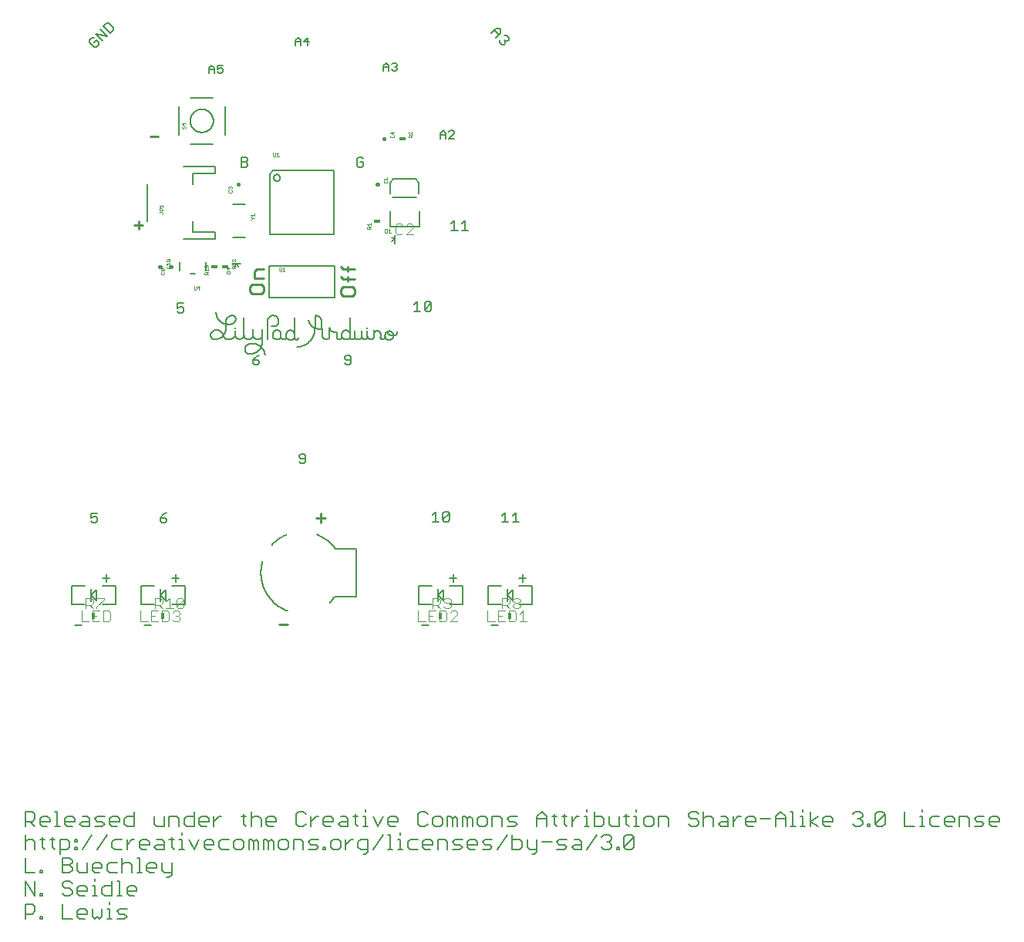
<source format=gbr>
G04 EAGLE Gerber RS-274X export*
G75*
%MOMM*%
%FSLAX34Y34*%
%LPD*%
%INSilkscreen Top*%
%IPPOS*%
%AMOC8*
5,1,8,0,0,1.08239X$1,22.5*%
G01*
%ADD10C,0.152400*%
%ADD11C,0.279400*%
%ADD12C,0.203200*%
%ADD13C,0.228600*%
%ADD14R,0.457200X0.762000*%
%ADD15C,0.101600*%
%ADD16C,0.025400*%
%ADD17R,0.711200X0.406400*%
%ADD18C,0.406400*%


D10*
X762Y-173468D02*
X762Y-189738D01*
X11609Y-189738D01*
X17134Y-189738D02*
X17134Y-187026D01*
X19845Y-187026D01*
X19845Y-189738D01*
X17134Y-189738D01*
X41691Y-189738D02*
X41691Y-173468D01*
X49826Y-173468D01*
X52538Y-176180D01*
X52538Y-178891D01*
X49826Y-181603D01*
X52538Y-184315D01*
X52538Y-187026D01*
X49826Y-189738D01*
X41691Y-189738D01*
X41691Y-181603D02*
X49826Y-181603D01*
X58062Y-178891D02*
X58062Y-187026D01*
X60774Y-189738D01*
X68909Y-189738D01*
X68909Y-178891D01*
X77146Y-189738D02*
X82569Y-189738D01*
X77146Y-189738D02*
X74434Y-187026D01*
X74434Y-181603D01*
X77146Y-178891D01*
X82569Y-178891D01*
X85281Y-181603D01*
X85281Y-184315D01*
X74434Y-184315D01*
X93517Y-178891D02*
X101652Y-178891D01*
X93517Y-178891D02*
X90806Y-181603D01*
X90806Y-187026D01*
X93517Y-189738D01*
X101652Y-189738D01*
X107177Y-189738D02*
X107177Y-173468D01*
X109889Y-178891D02*
X107177Y-181603D01*
X109889Y-178891D02*
X115312Y-178891D01*
X118024Y-181603D01*
X118024Y-189738D01*
X123549Y-173468D02*
X126260Y-173468D01*
X126260Y-189738D01*
X123549Y-189738D02*
X128972Y-189738D01*
X137175Y-189738D02*
X142598Y-189738D01*
X137175Y-189738D02*
X134463Y-187026D01*
X134463Y-181603D01*
X137175Y-178891D01*
X142598Y-178891D01*
X145310Y-181603D01*
X145310Y-184315D01*
X134463Y-184315D01*
X150835Y-187026D02*
X150835Y-178891D01*
X150835Y-187026D02*
X153546Y-189738D01*
X161681Y-189738D01*
X161681Y-192450D02*
X161681Y-178891D01*
X161681Y-192450D02*
X158970Y-195161D01*
X156258Y-195161D01*
X762Y-198868D02*
X762Y-215138D01*
X11609Y-215138D02*
X762Y-198868D01*
X11609Y-198868D02*
X11609Y-215138D01*
X17134Y-215138D02*
X17134Y-212426D01*
X19845Y-212426D01*
X19845Y-215138D01*
X17134Y-215138D01*
X49826Y-198868D02*
X52538Y-201580D01*
X49826Y-198868D02*
X44403Y-198868D01*
X41691Y-201580D01*
X41691Y-204291D01*
X44403Y-207003D01*
X49826Y-207003D01*
X52538Y-209715D01*
X52538Y-212426D01*
X49826Y-215138D01*
X44403Y-215138D01*
X41691Y-212426D01*
X60774Y-215138D02*
X66197Y-215138D01*
X60774Y-215138D02*
X58062Y-212426D01*
X58062Y-207003D01*
X60774Y-204291D01*
X66197Y-204291D01*
X68909Y-207003D01*
X68909Y-209715D01*
X58062Y-209715D01*
X74434Y-204291D02*
X77146Y-204291D01*
X77146Y-215138D01*
X79857Y-215138D02*
X74434Y-215138D01*
X77146Y-198868D02*
X77146Y-196156D01*
X96195Y-198868D02*
X96195Y-215138D01*
X88060Y-215138D01*
X85348Y-212426D01*
X85348Y-207003D01*
X88060Y-204291D01*
X96195Y-204291D01*
X101720Y-198868D02*
X104432Y-198868D01*
X104432Y-215138D01*
X107143Y-215138D02*
X101720Y-215138D01*
X115346Y-215138D02*
X120769Y-215138D01*
X115346Y-215138D02*
X112634Y-212426D01*
X112634Y-207003D01*
X115346Y-204291D01*
X120769Y-204291D01*
X123481Y-207003D01*
X123481Y-209715D01*
X112634Y-209715D01*
X762Y-138938D02*
X762Y-122668D01*
X8897Y-122668D01*
X11609Y-125380D01*
X11609Y-130803D01*
X8897Y-133515D01*
X762Y-133515D01*
X6185Y-133515D02*
X11609Y-138938D01*
X19845Y-138938D02*
X25269Y-138938D01*
X19845Y-138938D02*
X17134Y-136226D01*
X17134Y-130803D01*
X19845Y-128091D01*
X25269Y-128091D01*
X27980Y-130803D01*
X27980Y-133515D01*
X17134Y-133515D01*
X33505Y-122668D02*
X36217Y-122668D01*
X36217Y-138938D01*
X38928Y-138938D02*
X33505Y-138938D01*
X47131Y-138938D02*
X52554Y-138938D01*
X47131Y-138938D02*
X44420Y-136226D01*
X44420Y-130803D01*
X47131Y-128091D01*
X52554Y-128091D01*
X55266Y-130803D01*
X55266Y-133515D01*
X44420Y-133515D01*
X63503Y-128091D02*
X68926Y-128091D01*
X71638Y-130803D01*
X71638Y-138938D01*
X63503Y-138938D01*
X60791Y-136226D01*
X63503Y-133515D01*
X71638Y-133515D01*
X77163Y-138938D02*
X85298Y-138938D01*
X88009Y-136226D01*
X85298Y-133515D01*
X79874Y-133515D01*
X77163Y-130803D01*
X79874Y-128091D01*
X88009Y-128091D01*
X96246Y-138938D02*
X101669Y-138938D01*
X96246Y-138938D02*
X93534Y-136226D01*
X93534Y-130803D01*
X96246Y-128091D01*
X101669Y-128091D01*
X104381Y-130803D01*
X104381Y-133515D01*
X93534Y-133515D01*
X120752Y-138938D02*
X120752Y-122668D01*
X120752Y-138938D02*
X112617Y-138938D01*
X109906Y-136226D01*
X109906Y-130803D01*
X112617Y-128091D01*
X120752Y-128091D01*
X142649Y-128091D02*
X142649Y-136226D01*
X145361Y-138938D01*
X153495Y-138938D01*
X153495Y-128091D01*
X159020Y-128091D02*
X159020Y-138938D01*
X159020Y-128091D02*
X167155Y-128091D01*
X169867Y-130803D01*
X169867Y-138938D01*
X186239Y-138938D02*
X186239Y-122668D01*
X186239Y-138938D02*
X178104Y-138938D01*
X175392Y-136226D01*
X175392Y-130803D01*
X178104Y-128091D01*
X186239Y-128091D01*
X194475Y-138938D02*
X199899Y-138938D01*
X194475Y-138938D02*
X191764Y-136226D01*
X191764Y-130803D01*
X194475Y-128091D01*
X199899Y-128091D01*
X202610Y-130803D01*
X202610Y-133515D01*
X191764Y-133515D01*
X208135Y-138938D02*
X208135Y-128091D01*
X213558Y-128091D02*
X208135Y-133515D01*
X213558Y-128091D02*
X216270Y-128091D01*
X240861Y-125380D02*
X240861Y-136226D01*
X243573Y-138938D01*
X243573Y-128091D02*
X238150Y-128091D01*
X249064Y-122668D02*
X249064Y-138938D01*
X249064Y-130803D02*
X251776Y-128091D01*
X257199Y-128091D01*
X259911Y-130803D01*
X259911Y-138938D01*
X268147Y-138938D02*
X273571Y-138938D01*
X268147Y-138938D02*
X265436Y-136226D01*
X265436Y-130803D01*
X268147Y-128091D01*
X273571Y-128091D01*
X276282Y-130803D01*
X276282Y-133515D01*
X265436Y-133515D01*
X306314Y-122668D02*
X309025Y-125380D01*
X306314Y-122668D02*
X300890Y-122668D01*
X298179Y-125380D01*
X298179Y-136226D01*
X300890Y-138938D01*
X306314Y-138938D01*
X309025Y-136226D01*
X314550Y-138938D02*
X314550Y-128091D01*
X314550Y-133515D02*
X319974Y-128091D01*
X322685Y-128091D01*
X330905Y-138938D02*
X336328Y-138938D01*
X330905Y-138938D02*
X328193Y-136226D01*
X328193Y-130803D01*
X330905Y-128091D01*
X336328Y-128091D01*
X339040Y-130803D01*
X339040Y-133515D01*
X328193Y-133515D01*
X347276Y-128091D02*
X352700Y-128091D01*
X355411Y-130803D01*
X355411Y-138938D01*
X347276Y-138938D01*
X344565Y-136226D01*
X347276Y-133515D01*
X355411Y-133515D01*
X363648Y-136226D02*
X363648Y-125380D01*
X363648Y-136226D02*
X366360Y-138938D01*
X366360Y-128091D02*
X360936Y-128091D01*
X371851Y-128091D02*
X374562Y-128091D01*
X374562Y-138938D01*
X371851Y-138938D02*
X377274Y-138938D01*
X374562Y-122668D02*
X374562Y-119956D01*
X382765Y-128091D02*
X388188Y-138938D01*
X393612Y-128091D01*
X401848Y-138938D02*
X407272Y-138938D01*
X401848Y-138938D02*
X399137Y-136226D01*
X399137Y-130803D01*
X401848Y-128091D01*
X407272Y-128091D01*
X409983Y-130803D01*
X409983Y-133515D01*
X399137Y-133515D01*
X440015Y-122668D02*
X442726Y-125380D01*
X440015Y-122668D02*
X434591Y-122668D01*
X431880Y-125380D01*
X431880Y-136226D01*
X434591Y-138938D01*
X440015Y-138938D01*
X442726Y-136226D01*
X450963Y-138938D02*
X456386Y-138938D01*
X459098Y-136226D01*
X459098Y-130803D01*
X456386Y-128091D01*
X450963Y-128091D01*
X448251Y-130803D01*
X448251Y-136226D01*
X450963Y-138938D01*
X464623Y-138938D02*
X464623Y-128091D01*
X467335Y-128091D01*
X470046Y-130803D01*
X470046Y-138938D01*
X470046Y-130803D02*
X472758Y-128091D01*
X475470Y-130803D01*
X475470Y-138938D01*
X480995Y-138938D02*
X480995Y-128091D01*
X483706Y-128091D01*
X486418Y-130803D01*
X486418Y-138938D01*
X486418Y-130803D02*
X489129Y-128091D01*
X491841Y-130803D01*
X491841Y-138938D01*
X500078Y-138938D02*
X505501Y-138938D01*
X508213Y-136226D01*
X508213Y-130803D01*
X505501Y-128091D01*
X500078Y-128091D01*
X497366Y-130803D01*
X497366Y-136226D01*
X500078Y-138938D01*
X513738Y-138938D02*
X513738Y-128091D01*
X521873Y-128091D01*
X524584Y-130803D01*
X524584Y-138938D01*
X530109Y-138938D02*
X538244Y-138938D01*
X540956Y-136226D01*
X538244Y-133515D01*
X532821Y-133515D01*
X530109Y-130803D01*
X532821Y-128091D01*
X540956Y-128091D01*
X562852Y-128091D02*
X562852Y-138938D01*
X562852Y-128091D02*
X568276Y-122668D01*
X573699Y-128091D01*
X573699Y-138938D01*
X573699Y-130803D02*
X562852Y-130803D01*
X581936Y-125380D02*
X581936Y-136226D01*
X584647Y-138938D01*
X584647Y-128091D02*
X579224Y-128091D01*
X592850Y-125380D02*
X592850Y-136226D01*
X595562Y-138938D01*
X595562Y-128091D02*
X590138Y-128091D01*
X601053Y-128091D02*
X601053Y-138938D01*
X601053Y-133515D02*
X606476Y-128091D01*
X609188Y-128091D01*
X614696Y-128091D02*
X617407Y-128091D01*
X617407Y-138938D01*
X614696Y-138938D02*
X620119Y-138938D01*
X617407Y-122668D02*
X617407Y-119956D01*
X625610Y-122668D02*
X625610Y-138938D01*
X633745Y-138938D01*
X636457Y-136226D01*
X636457Y-130803D01*
X633745Y-128091D01*
X625610Y-128091D01*
X641982Y-128091D02*
X641982Y-136226D01*
X644693Y-138938D01*
X652828Y-138938D01*
X652828Y-128091D01*
X661065Y-125380D02*
X661065Y-136226D01*
X663776Y-138938D01*
X663776Y-128091D02*
X658353Y-128091D01*
X669267Y-128091D02*
X671979Y-128091D01*
X671979Y-138938D01*
X669267Y-138938D02*
X674691Y-138938D01*
X671979Y-122668D02*
X671979Y-119956D01*
X682893Y-138938D02*
X688317Y-138938D01*
X691028Y-136226D01*
X691028Y-130803D01*
X688317Y-128091D01*
X682893Y-128091D01*
X680182Y-130803D01*
X680182Y-136226D01*
X682893Y-138938D01*
X696553Y-138938D02*
X696553Y-128091D01*
X704688Y-128091D01*
X707400Y-130803D01*
X707400Y-138938D01*
X737431Y-122668D02*
X740143Y-125380D01*
X737431Y-122668D02*
X732008Y-122668D01*
X729297Y-125380D01*
X729297Y-128091D01*
X732008Y-130803D01*
X737431Y-130803D01*
X740143Y-133515D01*
X740143Y-136226D01*
X737431Y-138938D01*
X732008Y-138938D01*
X729297Y-136226D01*
X745668Y-138938D02*
X745668Y-122668D01*
X748380Y-128091D02*
X745668Y-130803D01*
X748380Y-128091D02*
X753803Y-128091D01*
X756515Y-130803D01*
X756515Y-138938D01*
X764751Y-128091D02*
X770175Y-128091D01*
X772886Y-130803D01*
X772886Y-138938D01*
X764751Y-138938D01*
X762040Y-136226D01*
X764751Y-133515D01*
X772886Y-133515D01*
X778411Y-138938D02*
X778411Y-128091D01*
X778411Y-133515D02*
X783835Y-128091D01*
X786546Y-128091D01*
X794766Y-138938D02*
X800189Y-138938D01*
X794766Y-138938D02*
X792054Y-136226D01*
X792054Y-130803D01*
X794766Y-128091D01*
X800189Y-128091D01*
X802901Y-130803D01*
X802901Y-133515D01*
X792054Y-133515D01*
X808426Y-130803D02*
X819272Y-130803D01*
X824797Y-128091D02*
X824797Y-138938D01*
X824797Y-128091D02*
X830221Y-122668D01*
X835644Y-128091D01*
X835644Y-138938D01*
X835644Y-130803D02*
X824797Y-130803D01*
X841169Y-122668D02*
X843881Y-122668D01*
X843881Y-138938D01*
X846592Y-138938D02*
X841169Y-138938D01*
X852083Y-128091D02*
X854795Y-128091D01*
X854795Y-138938D01*
X852083Y-138938D02*
X857507Y-138938D01*
X854795Y-122668D02*
X854795Y-119956D01*
X862998Y-122668D02*
X862998Y-138938D01*
X862998Y-133515D02*
X871133Y-138938D01*
X862998Y-133515D02*
X871133Y-128091D01*
X879352Y-138938D02*
X884776Y-138938D01*
X879352Y-138938D02*
X876641Y-136226D01*
X876641Y-130803D01*
X879352Y-128091D01*
X884776Y-128091D01*
X887487Y-130803D01*
X887487Y-133515D01*
X876641Y-133515D01*
X909384Y-125380D02*
X912095Y-122668D01*
X917519Y-122668D01*
X920230Y-125380D01*
X920230Y-128091D01*
X917519Y-130803D01*
X914807Y-130803D01*
X917519Y-130803D02*
X920230Y-133515D01*
X920230Y-136226D01*
X917519Y-138938D01*
X912095Y-138938D01*
X909384Y-136226D01*
X925755Y-136226D02*
X925755Y-138938D01*
X925755Y-136226D02*
X928467Y-136226D01*
X928467Y-138938D01*
X925755Y-138938D01*
X933941Y-136226D02*
X933941Y-125380D01*
X936653Y-122668D01*
X942076Y-122668D01*
X944788Y-125380D01*
X944788Y-136226D01*
X942076Y-138938D01*
X936653Y-138938D01*
X933941Y-136226D01*
X944788Y-125380D01*
X966684Y-122668D02*
X966684Y-138938D01*
X977531Y-138938D01*
X983056Y-128091D02*
X985767Y-128091D01*
X985767Y-138938D01*
X983056Y-138938D02*
X988479Y-138938D01*
X985767Y-122668D02*
X985767Y-119956D01*
X996682Y-128091D02*
X1004817Y-128091D01*
X996682Y-128091D02*
X993970Y-130803D01*
X993970Y-136226D01*
X996682Y-138938D01*
X1004817Y-138938D01*
X1013053Y-138938D02*
X1018477Y-138938D01*
X1013053Y-138938D02*
X1010342Y-136226D01*
X1010342Y-130803D01*
X1013053Y-128091D01*
X1018477Y-128091D01*
X1021188Y-130803D01*
X1021188Y-133515D01*
X1010342Y-133515D01*
X1026713Y-138938D02*
X1026713Y-128091D01*
X1034848Y-128091D01*
X1037560Y-130803D01*
X1037560Y-138938D01*
X1043085Y-138938D02*
X1051220Y-138938D01*
X1053931Y-136226D01*
X1051220Y-133515D01*
X1045796Y-133515D01*
X1043085Y-130803D01*
X1045796Y-128091D01*
X1053931Y-128091D01*
X1062168Y-138938D02*
X1067591Y-138938D01*
X1062168Y-138938D02*
X1059456Y-136226D01*
X1059456Y-130803D01*
X1062168Y-128091D01*
X1067591Y-128091D01*
X1070303Y-130803D01*
X1070303Y-133515D01*
X1059456Y-133515D01*
X762Y-148068D02*
X762Y-164338D01*
X762Y-156203D02*
X3474Y-153491D01*
X8897Y-153491D01*
X11609Y-156203D01*
X11609Y-164338D01*
X19845Y-161626D02*
X19845Y-150780D01*
X19845Y-161626D02*
X22557Y-164338D01*
X22557Y-153491D02*
X17134Y-153491D01*
X30760Y-150780D02*
X30760Y-161626D01*
X33471Y-164338D01*
X33471Y-153491D02*
X28048Y-153491D01*
X38962Y-153491D02*
X38962Y-169761D01*
X38962Y-153491D02*
X47097Y-153491D01*
X49809Y-156203D01*
X49809Y-161626D01*
X47097Y-164338D01*
X38962Y-164338D01*
X55334Y-153491D02*
X58046Y-153491D01*
X58046Y-156203D01*
X55334Y-156203D01*
X55334Y-153491D01*
X55334Y-161626D02*
X58046Y-161626D01*
X58046Y-164338D01*
X55334Y-164338D01*
X55334Y-161626D01*
X63520Y-164338D02*
X74366Y-148068D01*
X90738Y-148068D02*
X79891Y-164338D01*
X98974Y-153491D02*
X107109Y-153491D01*
X98974Y-153491D02*
X96263Y-156203D01*
X96263Y-161626D01*
X98974Y-164338D01*
X107109Y-164338D01*
X112634Y-164338D02*
X112634Y-153491D01*
X112634Y-158915D02*
X118058Y-153491D01*
X120769Y-153491D01*
X128989Y-164338D02*
X134412Y-164338D01*
X128989Y-164338D02*
X126277Y-161626D01*
X126277Y-156203D01*
X128989Y-153491D01*
X134412Y-153491D01*
X137124Y-156203D01*
X137124Y-158915D01*
X126277Y-158915D01*
X145361Y-153491D02*
X150784Y-153491D01*
X153495Y-156203D01*
X153495Y-164338D01*
X145361Y-164338D01*
X142649Y-161626D01*
X145361Y-158915D01*
X153495Y-158915D01*
X161732Y-161626D02*
X161732Y-150780D01*
X161732Y-161626D02*
X164444Y-164338D01*
X164444Y-153491D02*
X159020Y-153491D01*
X169935Y-153491D02*
X172646Y-153491D01*
X172646Y-164338D01*
X169935Y-164338D02*
X175358Y-164338D01*
X172646Y-148068D02*
X172646Y-145356D01*
X180849Y-153491D02*
X186272Y-164338D01*
X191696Y-153491D01*
X199932Y-164338D02*
X205356Y-164338D01*
X199932Y-164338D02*
X197221Y-161626D01*
X197221Y-156203D01*
X199932Y-153491D01*
X205356Y-153491D01*
X208067Y-156203D01*
X208067Y-158915D01*
X197221Y-158915D01*
X216304Y-153491D02*
X224439Y-153491D01*
X216304Y-153491D02*
X213592Y-156203D01*
X213592Y-161626D01*
X216304Y-164338D01*
X224439Y-164338D01*
X232676Y-164338D02*
X238099Y-164338D01*
X240810Y-161626D01*
X240810Y-156203D01*
X238099Y-153491D01*
X232676Y-153491D01*
X229964Y-156203D01*
X229964Y-161626D01*
X232676Y-164338D01*
X246335Y-164338D02*
X246335Y-153491D01*
X249047Y-153491D01*
X251759Y-156203D01*
X251759Y-164338D01*
X251759Y-156203D02*
X254470Y-153491D01*
X257182Y-156203D01*
X257182Y-164338D01*
X262707Y-164338D02*
X262707Y-153491D01*
X265419Y-153491D01*
X268130Y-156203D01*
X268130Y-164338D01*
X268130Y-156203D02*
X270842Y-153491D01*
X273554Y-156203D01*
X273554Y-164338D01*
X281790Y-164338D02*
X287214Y-164338D01*
X289925Y-161626D01*
X289925Y-156203D01*
X287214Y-153491D01*
X281790Y-153491D01*
X279079Y-156203D01*
X279079Y-161626D01*
X281790Y-164338D01*
X295450Y-164338D02*
X295450Y-153491D01*
X303585Y-153491D01*
X306297Y-156203D01*
X306297Y-164338D01*
X311822Y-164338D02*
X319957Y-164338D01*
X322668Y-161626D01*
X319957Y-158915D01*
X314533Y-158915D01*
X311822Y-156203D01*
X314533Y-153491D01*
X322668Y-153491D01*
X328193Y-161626D02*
X328193Y-164338D01*
X328193Y-161626D02*
X330905Y-161626D01*
X330905Y-164338D01*
X328193Y-164338D01*
X339091Y-164338D02*
X344514Y-164338D01*
X347226Y-161626D01*
X347226Y-156203D01*
X344514Y-153491D01*
X339091Y-153491D01*
X336379Y-156203D01*
X336379Y-161626D01*
X339091Y-164338D01*
X352751Y-164338D02*
X352751Y-153491D01*
X358174Y-153491D02*
X352751Y-158915D01*
X358174Y-153491D02*
X360886Y-153491D01*
X371817Y-169761D02*
X374529Y-169761D01*
X377240Y-167050D01*
X377240Y-153491D01*
X369105Y-153491D01*
X366394Y-156203D01*
X366394Y-161626D01*
X369105Y-164338D01*
X377240Y-164338D01*
X382765Y-164338D02*
X393612Y-148068D01*
X399137Y-148068D02*
X401848Y-148068D01*
X401848Y-164338D01*
X399137Y-164338D02*
X404560Y-164338D01*
X410051Y-153491D02*
X412763Y-153491D01*
X412763Y-164338D01*
X415474Y-164338D02*
X410051Y-164338D01*
X412763Y-148068D02*
X412763Y-145356D01*
X423677Y-153491D02*
X431812Y-153491D01*
X423677Y-153491D02*
X420965Y-156203D01*
X420965Y-161626D01*
X423677Y-164338D01*
X431812Y-164338D01*
X440049Y-164338D02*
X445472Y-164338D01*
X440049Y-164338D02*
X437337Y-161626D01*
X437337Y-156203D01*
X440049Y-153491D01*
X445472Y-153491D01*
X448184Y-156203D01*
X448184Y-158915D01*
X437337Y-158915D01*
X453709Y-164338D02*
X453709Y-153491D01*
X461844Y-153491D01*
X464555Y-156203D01*
X464555Y-164338D01*
X470080Y-164338D02*
X478215Y-164338D01*
X480927Y-161626D01*
X478215Y-158915D01*
X472792Y-158915D01*
X470080Y-156203D01*
X472792Y-153491D01*
X480927Y-153491D01*
X489163Y-164338D02*
X494587Y-164338D01*
X489163Y-164338D02*
X486452Y-161626D01*
X486452Y-156203D01*
X489163Y-153491D01*
X494587Y-153491D01*
X497298Y-156203D01*
X497298Y-158915D01*
X486452Y-158915D01*
X502823Y-164338D02*
X510958Y-164338D01*
X513670Y-161626D01*
X510958Y-158915D01*
X505535Y-158915D01*
X502823Y-156203D01*
X505535Y-153491D01*
X513670Y-153491D01*
X519195Y-164338D02*
X530041Y-148068D01*
X535566Y-148068D02*
X535566Y-164338D01*
X543701Y-164338D01*
X546413Y-161626D01*
X546413Y-156203D01*
X543701Y-153491D01*
X535566Y-153491D01*
X551938Y-153491D02*
X551938Y-161626D01*
X554650Y-164338D01*
X562785Y-164338D01*
X562785Y-167050D02*
X562785Y-153491D01*
X562785Y-167050D02*
X560073Y-169761D01*
X557361Y-169761D01*
X568310Y-156203D02*
X579156Y-156203D01*
X584681Y-164338D02*
X592816Y-164338D01*
X595528Y-161626D01*
X592816Y-158915D01*
X587393Y-158915D01*
X584681Y-156203D01*
X587393Y-153491D01*
X595528Y-153491D01*
X603764Y-153491D02*
X609188Y-153491D01*
X611899Y-156203D01*
X611899Y-164338D01*
X603764Y-164338D01*
X601053Y-161626D01*
X603764Y-158915D01*
X611899Y-158915D01*
X617424Y-164338D02*
X628271Y-148068D01*
X633796Y-150780D02*
X636507Y-148068D01*
X641931Y-148068D01*
X644642Y-150780D01*
X644642Y-153491D01*
X641931Y-156203D01*
X639219Y-156203D01*
X641931Y-156203D02*
X644642Y-158915D01*
X644642Y-161626D01*
X641931Y-164338D01*
X636507Y-164338D01*
X633796Y-161626D01*
X650167Y-161626D02*
X650167Y-164338D01*
X650167Y-161626D02*
X652879Y-161626D01*
X652879Y-164338D01*
X650167Y-164338D01*
X658353Y-161626D02*
X658353Y-150780D01*
X661065Y-148068D01*
X666488Y-148068D01*
X669200Y-150780D01*
X669200Y-161626D01*
X666488Y-164338D01*
X661065Y-164338D01*
X658353Y-161626D01*
X669200Y-150780D01*
D11*
X289441Y82536D02*
X279442Y82536D01*
X320143Y199391D02*
X330142Y199391D01*
X325143Y194392D02*
X325143Y204391D01*
D12*
X93844Y133863D02*
X85709Y133863D01*
X89776Y129796D02*
X89776Y137931D01*
X63364Y81793D02*
X55229Y81793D01*
X542909Y133863D02*
X551044Y133863D01*
X546976Y129796D02*
X546976Y137931D01*
X520564Y81793D02*
X512429Y81793D01*
X474844Y133863D02*
X466709Y133863D01*
X470776Y129796D02*
X470776Y137931D01*
X444364Y81793D02*
X436229Y81793D01*
X170044Y133863D02*
X161909Y133863D01*
X165976Y129796D02*
X165976Y137931D01*
X139564Y81793D02*
X131429Y81793D01*
D10*
X456953Y616583D02*
X456953Y622345D01*
X459834Y625226D01*
X462715Y622345D01*
X462715Y616583D01*
X462715Y620905D02*
X456953Y620905D01*
X466308Y616583D02*
X472070Y616583D01*
X466308Y616583D02*
X472070Y622345D01*
X472070Y623786D01*
X470630Y625226D01*
X467749Y625226D01*
X466308Y623786D01*
D12*
X472176Y526594D02*
X468617Y523035D01*
X472176Y526594D02*
X472176Y515917D01*
X468617Y515917D02*
X475735Y515917D01*
X480311Y523035D02*
X483870Y526594D01*
X483870Y515917D01*
X480311Y515917D02*
X487429Y515917D01*
X431175Y437594D02*
X427616Y434035D01*
X431175Y437594D02*
X431175Y426917D01*
X427616Y426917D02*
X434734Y426917D01*
X439310Y428697D02*
X439310Y435815D01*
X441089Y437594D01*
X444649Y437594D01*
X446428Y435815D01*
X446428Y428697D01*
X444649Y426917D01*
X441089Y426917D01*
X439310Y428697D01*
X446428Y435815D01*
X353397Y367918D02*
X351617Y369698D01*
X353397Y367918D02*
X356956Y367918D01*
X358735Y369698D01*
X358735Y376816D01*
X356956Y378595D01*
X353397Y378595D01*
X351617Y376816D01*
X351617Y375036D01*
X353397Y373257D01*
X358735Y373257D01*
X257734Y378595D02*
X254175Y376816D01*
X250616Y373257D01*
X250616Y369698D01*
X252396Y367918D01*
X255955Y367918D01*
X257734Y369698D01*
X257734Y371477D01*
X255955Y373257D01*
X250616Y373257D01*
D13*
X129587Y521727D02*
X120944Y521727D01*
X125266Y526048D02*
X125266Y517405D01*
X138304Y618497D02*
X146947Y618497D01*
D12*
X167617Y435594D02*
X174735Y435594D01*
X167617Y435594D02*
X167617Y430256D01*
X171176Y432035D01*
X172956Y432035D01*
X174735Y430256D01*
X174735Y426697D01*
X172956Y424917D01*
X169397Y424917D01*
X167617Y426697D01*
X237817Y585117D02*
X237817Y595794D01*
X243156Y595794D01*
X244935Y594015D01*
X244935Y592235D01*
X243156Y590456D01*
X244935Y588676D01*
X244935Y586897D01*
X243156Y585117D01*
X237817Y585117D01*
X237817Y590456D02*
X243156Y590456D01*
X370155Y595794D02*
X371934Y594015D01*
X370155Y595794D02*
X366596Y595794D01*
X364816Y594015D01*
X364816Y586897D01*
X366596Y585117D01*
X370155Y585117D01*
X371934Y586897D01*
X371934Y590456D01*
X368375Y590456D01*
D10*
X394283Y691023D02*
X394283Y696785D01*
X397164Y699666D01*
X400045Y696785D01*
X400045Y691023D01*
X400045Y695345D02*
X394283Y695345D01*
X403638Y698226D02*
X405079Y699666D01*
X407960Y699666D01*
X409400Y698226D01*
X409400Y696785D01*
X407960Y695345D01*
X406519Y695345D01*
X407960Y695345D02*
X409400Y693904D01*
X409400Y692464D01*
X407960Y691023D01*
X405079Y691023D01*
X403638Y692464D01*
X297762Y718963D02*
X297762Y724725D01*
X300643Y727606D01*
X303524Y724725D01*
X303524Y718963D01*
X303524Y723285D02*
X297762Y723285D01*
X311439Y718963D02*
X311439Y727606D01*
X307117Y723285D01*
X312879Y723285D01*
D11*
X247405Y453997D02*
X247405Y448998D01*
X249905Y446498D01*
X259904Y446498D01*
X262404Y448998D01*
X262404Y453997D01*
X259904Y456497D01*
X249905Y456497D01*
X247405Y453997D01*
X252405Y462870D02*
X262404Y462870D01*
X252405Y462870D02*
X252405Y470369D01*
X254905Y472869D01*
X262404Y472869D01*
X347405Y450997D02*
X347405Y445998D01*
X349905Y443498D01*
X359904Y443498D01*
X362404Y445998D01*
X362404Y450997D01*
X359904Y453497D01*
X349905Y453497D01*
X347405Y450997D01*
X349905Y462369D02*
X362404Y462369D01*
X349905Y462369D02*
X347405Y464869D01*
X354905Y464869D02*
X354905Y459870D01*
X349905Y473284D02*
X362404Y473284D01*
X349905Y473284D02*
X347405Y475784D01*
X354905Y475784D02*
X354905Y470784D01*
D10*
X202512Y688484D02*
X202512Y694246D01*
X205393Y697127D01*
X208274Y694246D01*
X208274Y688484D01*
X208274Y692806D02*
X202512Y692806D01*
X211867Y697127D02*
X217629Y697127D01*
X211867Y697127D02*
X211867Y692806D01*
X214748Y694246D01*
X216189Y694246D01*
X217629Y692806D01*
X217629Y689925D01*
X216189Y688484D01*
X213308Y688484D01*
X211867Y689925D01*
X762Y-224268D02*
X762Y-240538D01*
X762Y-224268D02*
X8897Y-224268D01*
X11609Y-226980D01*
X11609Y-232403D01*
X8897Y-235115D01*
X762Y-235115D01*
X17134Y-237826D02*
X17134Y-240538D01*
X17134Y-237826D02*
X19845Y-237826D01*
X19845Y-240538D01*
X17134Y-240538D01*
X41691Y-240538D02*
X41691Y-224268D01*
X41691Y-240538D02*
X52538Y-240538D01*
X60774Y-240538D02*
X66197Y-240538D01*
X60774Y-240538D02*
X58062Y-237826D01*
X58062Y-232403D01*
X60774Y-229691D01*
X66197Y-229691D01*
X68909Y-232403D01*
X68909Y-235115D01*
X58062Y-235115D01*
X74434Y-237826D02*
X74434Y-229691D01*
X74434Y-237826D02*
X77146Y-240538D01*
X79857Y-237826D01*
X82569Y-240538D01*
X85281Y-237826D01*
X85281Y-229691D01*
X90806Y-229691D02*
X93517Y-229691D01*
X93517Y-240538D01*
X90806Y-240538D02*
X96229Y-240538D01*
X93517Y-224268D02*
X93517Y-221556D01*
X101720Y-240538D02*
X109855Y-240538D01*
X112567Y-237826D01*
X109855Y-235115D01*
X104432Y-235115D01*
X101720Y-232403D01*
X104432Y-229691D01*
X112567Y-229691D01*
D12*
X303532Y259588D02*
X301752Y261368D01*
X303532Y259588D02*
X307091Y259588D01*
X308870Y261368D01*
X308870Y268486D01*
X307091Y270265D01*
X303532Y270265D01*
X301752Y268486D01*
X301752Y266706D01*
X303532Y264927D01*
X308870Y264927D01*
X447802Y202952D02*
X451361Y206511D01*
X451361Y195834D01*
X447802Y195834D02*
X454920Y195834D01*
X459496Y197614D02*
X459496Y204732D01*
X461275Y206511D01*
X464835Y206511D01*
X466614Y204732D01*
X466614Y197614D01*
X464835Y195834D01*
X461275Y195834D01*
X459496Y197614D01*
X466614Y204732D01*
X524256Y202444D02*
X527815Y206003D01*
X527815Y195326D01*
X524256Y195326D02*
X531374Y195326D01*
X535950Y202444D02*
X539509Y206003D01*
X539509Y195326D01*
X535950Y195326D02*
X543068Y195326D01*
X79915Y204962D02*
X72797Y204962D01*
X72797Y199624D01*
X76356Y201403D01*
X78136Y201403D01*
X79915Y199624D01*
X79915Y196065D01*
X78136Y194285D01*
X74577Y194285D01*
X72797Y196065D01*
X152785Y203691D02*
X156344Y205470D01*
X152785Y203691D02*
X149226Y200132D01*
X149226Y196573D01*
X151006Y194793D01*
X154565Y194793D01*
X156344Y196573D01*
X156344Y198352D01*
X154565Y200132D01*
X149226Y200132D01*
X512385Y731972D02*
X517418Y737005D01*
X522451Y737005D01*
X522451Y731972D01*
X517418Y726938D01*
X521193Y730713D02*
X516160Y735746D01*
X526945Y729994D02*
X529462Y729994D01*
X531978Y727478D01*
X531978Y724961D01*
X530720Y723703D01*
X528203Y723703D01*
X526945Y724961D01*
X528203Y723703D02*
X528203Y721186D01*
X526945Y719928D01*
X524429Y719928D01*
X521912Y722444D01*
X521912Y724961D01*
X76182Y727009D02*
X73665Y727009D01*
X71148Y724492D01*
X71148Y721975D01*
X76182Y716942D01*
X78698Y716942D01*
X81215Y719459D01*
X81215Y721975D01*
X78698Y724492D01*
X76182Y721975D01*
X85709Y723953D02*
X78159Y731503D01*
X90742Y728986D01*
X83192Y736536D01*
X86428Y739771D02*
X93978Y732222D01*
X97753Y735996D01*
X97753Y738513D01*
X92719Y743546D01*
X90203Y743546D01*
X86428Y739771D01*
X261620Y152401D02*
X261322Y151358D01*
X261049Y150308D01*
X260802Y149252D01*
X260580Y148191D01*
X260385Y147124D01*
X260215Y146053D01*
X260071Y144978D01*
X259953Y143900D01*
X259862Y142820D01*
X259797Y141737D01*
X259758Y140653D01*
X259745Y139569D01*
X259759Y138485D01*
X259799Y137401D01*
X259865Y136319D01*
X259957Y135238D01*
X260076Y134160D01*
X260220Y133085D01*
X260391Y132014D01*
X260588Y130948D01*
X260810Y129887D01*
X261058Y128831D01*
X261332Y127781D01*
X261631Y126739D01*
X261955Y125704D01*
X262304Y124677D01*
X262678Y123660D01*
X263076Y122651D01*
X263499Y121652D01*
X263946Y120664D01*
X264417Y119687D01*
X264911Y118722D01*
X265429Y117769D01*
X265969Y116829D01*
X266532Y115902D01*
X267118Y114989D01*
X267725Y114091D01*
X268354Y113208D01*
X269004Y112340D01*
X269676Y111488D01*
X270367Y110653D01*
X271079Y109834D01*
X271810Y109034D01*
X272560Y108251D01*
X273330Y107486D01*
X274117Y106741D01*
X274922Y106015D01*
X275745Y105308D01*
X276585Y104622D01*
X277441Y103956D01*
X278313Y103311D01*
X279200Y102688D01*
X280102Y102086D01*
X281019Y101506D01*
X281949Y100949D01*
X282892Y100414D01*
X283849Y99903D01*
X284817Y99414D01*
X285797Y98950D01*
X286788Y98509D01*
X287789Y98092D01*
X288800Y97700D01*
X271780Y170180D02*
X272509Y170958D01*
X273255Y171718D01*
X274020Y172461D01*
X274802Y173185D01*
X275600Y173890D01*
X276416Y174577D01*
X277247Y175244D01*
X278093Y175891D01*
X278955Y176519D01*
X279831Y177125D01*
X280722Y177711D01*
X281626Y178276D01*
X282543Y178819D01*
X283472Y179340D01*
X284414Y179839D01*
X285367Y180316D01*
X286331Y180770D01*
X287305Y181202D01*
X288290Y181610D01*
X320800Y181700D02*
X321876Y181261D01*
X322942Y180796D01*
X323996Y180306D01*
X325038Y179791D01*
X326067Y179250D01*
X327083Y178686D01*
X328086Y178097D01*
X329074Y177484D01*
X330047Y176848D01*
X331004Y176189D01*
X331945Y175506D01*
X332870Y174802D01*
X333778Y174075D01*
X334667Y173327D01*
X335539Y172558D01*
X336392Y171768D01*
X337226Y170958D01*
X338040Y170128D01*
X338834Y169279D01*
X339607Y168411D01*
X340360Y167525D01*
X341090Y166621D01*
X341799Y165700D01*
X340800Y113700D02*
X340321Y112944D01*
X339825Y112199D01*
X339312Y111466D01*
X338783Y110744D01*
X338238Y110034D01*
X337677Y109337D01*
X337100Y108653D01*
X336508Y107982D01*
X335901Y107324D01*
X335280Y106680D01*
X364800Y113700D02*
X364800Y165700D01*
X341800Y165700D01*
X340800Y113700D02*
X364800Y113700D01*
D14*
X76000Y92210D03*
D15*
X67618Y100338D02*
X67618Y112032D01*
X73465Y112032D01*
X75414Y110083D01*
X75414Y106185D01*
X73465Y104236D01*
X67618Y104236D01*
X71516Y104236D02*
X75414Y100338D01*
X79312Y112032D02*
X87108Y112032D01*
X87108Y110083D01*
X79312Y102287D01*
X79312Y100338D01*
D12*
X86000Y105070D02*
X100000Y105070D01*
X100000Y125070D01*
X86000Y125070D01*
X66000Y105070D02*
X52000Y105070D01*
X52000Y125070D01*
X66000Y125070D01*
X73000Y115070D02*
X73000Y108070D01*
X73000Y115070D02*
X73000Y122070D01*
X73000Y115070D02*
X79000Y109070D01*
X79000Y121070D01*
X73000Y115070D01*
D15*
X63126Y97872D02*
X63126Y86178D01*
X70922Y86178D01*
X74820Y97872D02*
X82616Y97872D01*
X74820Y97872D02*
X74820Y86178D01*
X82616Y86178D01*
X78718Y92025D02*
X74820Y92025D01*
X86514Y97872D02*
X86514Y86178D01*
X92361Y86178D01*
X94310Y88127D01*
X94310Y95923D01*
X92361Y97872D01*
X86514Y97872D01*
D14*
X533200Y92210D03*
D15*
X524818Y100338D02*
X524818Y112032D01*
X530665Y112032D01*
X532614Y110083D01*
X532614Y106185D01*
X530665Y104236D01*
X524818Y104236D01*
X528716Y104236D02*
X532614Y100338D01*
X536512Y110083D02*
X538461Y112032D01*
X542359Y112032D01*
X544308Y110083D01*
X544308Y108134D01*
X542359Y106185D01*
X544308Y104236D01*
X544308Y102287D01*
X542359Y100338D01*
X538461Y100338D01*
X536512Y102287D01*
X536512Y104236D01*
X538461Y106185D01*
X536512Y108134D01*
X536512Y110083D01*
X538461Y106185D02*
X542359Y106185D01*
D12*
X543200Y105070D02*
X557200Y105070D01*
X557200Y125070D01*
X543200Y125070D01*
X523200Y105070D02*
X509200Y105070D01*
X509200Y125070D01*
X523200Y125070D01*
X530200Y115070D02*
X530200Y108070D01*
X530200Y115070D02*
X530200Y122070D01*
X530200Y115070D02*
X536200Y109070D01*
X536200Y121070D01*
X530200Y115070D01*
D15*
X508632Y97872D02*
X508632Y86178D01*
X516428Y86178D01*
X520326Y97872D02*
X528122Y97872D01*
X520326Y97872D02*
X520326Y86178D01*
X528122Y86178D01*
X524224Y92025D02*
X520326Y92025D01*
X532020Y97872D02*
X532020Y86178D01*
X537867Y86178D01*
X539816Y88127D01*
X539816Y95923D01*
X537867Y97872D01*
X532020Y97872D01*
X543714Y93974D02*
X547612Y97872D01*
X547612Y86178D01*
X543714Y86178D02*
X551510Y86178D01*
D14*
X457000Y92210D03*
D15*
X448618Y100338D02*
X448618Y112032D01*
X454465Y112032D01*
X456414Y110083D01*
X456414Y106185D01*
X454465Y104236D01*
X448618Y104236D01*
X452516Y104236D02*
X456414Y100338D01*
X460312Y102287D02*
X462261Y100338D01*
X466159Y100338D01*
X468108Y102287D01*
X468108Y110083D01*
X466159Y112032D01*
X462261Y112032D01*
X460312Y110083D01*
X460312Y108134D01*
X462261Y106185D01*
X468108Y106185D01*
D12*
X467000Y105070D02*
X481000Y105070D01*
X481000Y125070D01*
X467000Y125070D01*
X447000Y105070D02*
X433000Y105070D01*
X433000Y125070D01*
X447000Y125070D01*
X454000Y115070D02*
X454000Y108070D01*
X454000Y115070D02*
X454000Y122070D01*
X454000Y115070D02*
X460000Y109070D01*
X460000Y121070D01*
X454000Y115070D01*
D15*
X432432Y97872D02*
X432432Y86178D01*
X440228Y86178D01*
X444126Y97872D02*
X451922Y97872D01*
X444126Y97872D02*
X444126Y86178D01*
X451922Y86178D01*
X448024Y92025D02*
X444126Y92025D01*
X455820Y97872D02*
X455820Y86178D01*
X461667Y86178D01*
X463616Y88127D01*
X463616Y95923D01*
X461667Y97872D01*
X455820Y97872D01*
X467514Y86178D02*
X475310Y86178D01*
X467514Y86178D02*
X475310Y93974D01*
X475310Y95923D01*
X473361Y97872D01*
X469463Y97872D01*
X467514Y95923D01*
D14*
X152200Y92210D03*
D15*
X143818Y100338D02*
X143818Y112032D01*
X149665Y112032D01*
X151614Y110083D01*
X151614Y106185D01*
X149665Y104236D01*
X143818Y104236D01*
X147716Y104236D02*
X151614Y100338D01*
X155512Y108134D02*
X159410Y112032D01*
X159410Y100338D01*
X155512Y100338D02*
X163308Y100338D01*
X167206Y102287D02*
X167206Y110083D01*
X169155Y112032D01*
X173053Y112032D01*
X175002Y110083D01*
X175002Y102287D01*
X173053Y100338D01*
X169155Y100338D01*
X167206Y102287D01*
X175002Y110083D01*
D12*
X176200Y105070D02*
X162200Y105070D01*
X176200Y105070D02*
X176200Y125070D01*
X162200Y125070D01*
X142200Y105070D02*
X128200Y105070D01*
X128200Y125070D01*
X142200Y125070D01*
X149200Y115070D02*
X149200Y108070D01*
X149200Y115070D02*
X149200Y122070D01*
X149200Y115070D02*
X155200Y109070D01*
X155200Y121070D01*
X149200Y115070D01*
D15*
X127632Y97872D02*
X127632Y86178D01*
X135428Y86178D01*
X139326Y97872D02*
X147122Y97872D01*
X139326Y97872D02*
X139326Y86178D01*
X147122Y86178D01*
X143224Y92025D02*
X139326Y92025D01*
X151020Y97872D02*
X151020Y86178D01*
X156867Y86178D01*
X158816Y88127D01*
X158816Y95923D01*
X156867Y97872D01*
X151020Y97872D01*
X162714Y95923D02*
X164663Y97872D01*
X168561Y97872D01*
X170510Y95923D01*
X170510Y93974D01*
X168561Y92025D01*
X166612Y92025D01*
X168561Y92025D02*
X170510Y90076D01*
X170510Y88127D01*
X168561Y86178D01*
X164663Y86178D01*
X162714Y88127D01*
D10*
X339850Y511052D02*
X339850Y581152D01*
X339850Y511052D02*
X269750Y511052D01*
X269750Y577602D01*
X273300Y581152D02*
X339850Y581152D01*
X273300Y581152D02*
X269750Y577602D01*
X273776Y573534D02*
X273778Y573653D01*
X273784Y573773D01*
X273794Y573892D01*
X273808Y574010D01*
X273826Y574128D01*
X273847Y574246D01*
X273873Y574362D01*
X273902Y574478D01*
X273936Y574593D01*
X273973Y574706D01*
X274014Y574818D01*
X274058Y574929D01*
X274106Y575039D01*
X274158Y575146D01*
X274213Y575252D01*
X274272Y575356D01*
X274335Y575458D01*
X274400Y575557D01*
X274469Y575655D01*
X274541Y575750D01*
X274616Y575843D01*
X274695Y575933D01*
X274776Y576021D01*
X274860Y576105D01*
X274947Y576187D01*
X275036Y576266D01*
X275128Y576342D01*
X275223Y576415D01*
X275320Y576485D01*
X275419Y576551D01*
X275521Y576614D01*
X275624Y576674D01*
X275729Y576730D01*
X275836Y576783D01*
X275945Y576832D01*
X276056Y576878D01*
X276168Y576919D01*
X276281Y576957D01*
X276395Y576992D01*
X276511Y577022D01*
X276627Y577049D01*
X276744Y577071D01*
X276862Y577090D01*
X276981Y577105D01*
X277100Y577116D01*
X277219Y577123D01*
X277338Y577126D01*
X277458Y577125D01*
X277577Y577120D01*
X277696Y577111D01*
X277815Y577098D01*
X277933Y577081D01*
X278050Y577061D01*
X278167Y577036D01*
X278283Y577007D01*
X278398Y576975D01*
X278512Y576939D01*
X278625Y576899D01*
X278736Y576855D01*
X278845Y576808D01*
X278953Y576757D01*
X279060Y576703D01*
X279164Y576645D01*
X279266Y576583D01*
X279367Y576519D01*
X279465Y576450D01*
X279561Y576379D01*
X279654Y576305D01*
X279745Y576227D01*
X279833Y576147D01*
X279918Y576063D01*
X280001Y575977D01*
X280081Y575888D01*
X280158Y575797D01*
X280231Y575703D01*
X280302Y575606D01*
X280369Y575508D01*
X280433Y575407D01*
X280494Y575304D01*
X280551Y575199D01*
X280604Y575093D01*
X280654Y574984D01*
X280701Y574874D01*
X280743Y574763D01*
X280782Y574650D01*
X280818Y574536D01*
X280849Y574420D01*
X280876Y574304D01*
X280900Y574187D01*
X280920Y574069D01*
X280936Y573951D01*
X280948Y573832D01*
X280956Y573713D01*
X280960Y573594D01*
X280960Y573474D01*
X280956Y573355D01*
X280948Y573236D01*
X280936Y573117D01*
X280920Y572999D01*
X280900Y572881D01*
X280876Y572764D01*
X280849Y572648D01*
X280818Y572532D01*
X280782Y572418D01*
X280743Y572305D01*
X280701Y572194D01*
X280654Y572084D01*
X280604Y571975D01*
X280551Y571869D01*
X280494Y571764D01*
X280433Y571661D01*
X280369Y571560D01*
X280302Y571462D01*
X280231Y571365D01*
X280158Y571271D01*
X280081Y571180D01*
X280001Y571091D01*
X279918Y571005D01*
X279833Y570921D01*
X279745Y570841D01*
X279654Y570763D01*
X279561Y570689D01*
X279465Y570618D01*
X279367Y570549D01*
X279266Y570485D01*
X279164Y570423D01*
X279060Y570365D01*
X278953Y570311D01*
X278845Y570260D01*
X278736Y570213D01*
X278625Y570169D01*
X278512Y570129D01*
X278398Y570093D01*
X278283Y570061D01*
X278167Y570032D01*
X278050Y570007D01*
X277933Y569987D01*
X277815Y569970D01*
X277696Y569957D01*
X277577Y569948D01*
X277458Y569943D01*
X277338Y569942D01*
X277219Y569945D01*
X277100Y569952D01*
X276981Y569963D01*
X276862Y569978D01*
X276744Y569997D01*
X276627Y570019D01*
X276511Y570046D01*
X276395Y570076D01*
X276281Y570111D01*
X276168Y570149D01*
X276056Y570190D01*
X275945Y570236D01*
X275836Y570285D01*
X275729Y570338D01*
X275624Y570394D01*
X275521Y570454D01*
X275419Y570517D01*
X275320Y570583D01*
X275223Y570653D01*
X275128Y570726D01*
X275036Y570802D01*
X274947Y570881D01*
X274860Y570963D01*
X274776Y571047D01*
X274695Y571135D01*
X274616Y571225D01*
X274541Y571318D01*
X274469Y571413D01*
X274400Y571511D01*
X274335Y571610D01*
X274272Y571712D01*
X274213Y571816D01*
X274158Y571922D01*
X274106Y572029D01*
X274058Y572139D01*
X274014Y572250D01*
X273973Y572362D01*
X273936Y572475D01*
X273902Y572590D01*
X273873Y572706D01*
X273847Y572822D01*
X273826Y572940D01*
X273808Y573058D01*
X273794Y573176D01*
X273784Y573295D01*
X273778Y573415D01*
X273776Y573534D01*
D16*
X273177Y597665D02*
X273177Y600842D01*
X273177Y597665D02*
X273813Y597029D01*
X275084Y597029D01*
X275719Y597665D01*
X275719Y600842D01*
X276919Y599571D02*
X278190Y600842D01*
X278190Y597029D01*
X276919Y597029D02*
X279461Y597029D01*
D12*
X406500Y506101D02*
X406500Y501501D01*
X406500Y506101D02*
X406500Y510701D01*
X406500Y506101D02*
X403400Y503763D01*
X406346Y506355D02*
X403400Y508285D01*
D16*
X396037Y513213D02*
X396037Y517026D01*
X396037Y513213D02*
X397944Y513213D01*
X398579Y513849D01*
X398579Y516391D01*
X397944Y517026D01*
X396037Y517026D01*
X399779Y515755D02*
X401050Y517026D01*
X401050Y513213D01*
X399779Y513213D02*
X402321Y513213D01*
D17*
X387501Y526101D03*
D16*
X380389Y517338D02*
X376576Y517338D01*
X376576Y519245D01*
X377211Y519880D01*
X378482Y519880D01*
X379118Y519245D01*
X379118Y517338D01*
X379118Y518609D02*
X380389Y519880D01*
X377847Y521080D02*
X376576Y522351D01*
X380389Y522351D01*
X380389Y521080D02*
X380389Y523622D01*
D17*
X414801Y616101D03*
D16*
X421910Y617634D02*
X425723Y617634D01*
X421910Y617634D02*
X421910Y619540D01*
X422545Y620176D01*
X423816Y620176D01*
X424452Y619540D01*
X424452Y617634D01*
X424452Y618905D02*
X425723Y620176D01*
X425723Y621376D02*
X425723Y623918D01*
X425723Y621376D02*
X423181Y623918D01*
X422545Y623918D01*
X421910Y623283D01*
X421910Y622011D01*
X422545Y621376D01*
D18*
X387806Y566101D02*
X387196Y566101D01*
D16*
X394610Y569540D02*
X395245Y570176D01*
X394610Y569540D02*
X394610Y568269D01*
X395245Y567634D01*
X397787Y567634D01*
X398423Y568269D01*
X398423Y569540D01*
X397787Y570176D01*
X395881Y571376D02*
X394610Y572647D01*
X398423Y572647D01*
X398423Y571376D02*
X398423Y573918D01*
D12*
X267100Y417101D02*
X267100Y396101D01*
X267100Y417101D02*
X267115Y417247D01*
X267134Y417393D01*
X267157Y417538D01*
X267184Y417683D01*
X267215Y417827D01*
X267249Y417970D01*
X267288Y418112D01*
X267330Y418252D01*
X267375Y418392D01*
X267425Y418531D01*
X267478Y418668D01*
X267535Y418803D01*
X267595Y418937D01*
X267659Y419070D01*
X267727Y419200D01*
X267798Y419329D01*
X267872Y419456D01*
X267950Y419581D01*
X268031Y419704D01*
X268115Y419824D01*
X268202Y419942D01*
X268293Y420058D01*
X268386Y420172D01*
X268483Y420283D01*
X268582Y420391D01*
X268685Y420496D01*
X268790Y420599D01*
X268898Y420699D01*
X269008Y420796D01*
X269121Y420891D01*
X269236Y420982D01*
X269354Y421070D01*
X269474Y421154D01*
X269597Y421236D01*
X269721Y421314D01*
X269848Y421389D01*
X269976Y421461D01*
X270106Y421529D01*
X270238Y421594D01*
X270372Y421655D01*
X270508Y421712D01*
X270644Y421766D01*
X270783Y421816D01*
X270922Y421863D01*
X271063Y421906D01*
X271204Y421945D01*
X271347Y421980D01*
X271491Y422011D01*
X271635Y422039D01*
X271780Y422063D01*
X271926Y422083D01*
X272072Y422099D01*
X272219Y422111D01*
X272366Y422119D01*
X272513Y422123D01*
X272660Y422124D01*
X272807Y422120D01*
X272953Y422113D01*
X273100Y422101D01*
X273246Y422113D01*
X273393Y422120D01*
X273540Y422124D01*
X273687Y422123D01*
X273834Y422119D01*
X273981Y422111D01*
X274128Y422099D01*
X274274Y422083D01*
X274419Y422063D01*
X274565Y422039D01*
X274709Y422011D01*
X274853Y421980D01*
X274995Y421945D01*
X275137Y421906D01*
X275278Y421863D01*
X275417Y421816D01*
X275555Y421766D01*
X275692Y421712D01*
X275827Y421655D01*
X275961Y421593D01*
X276093Y421529D01*
X276224Y421461D01*
X276352Y421389D01*
X276478Y421314D01*
X276603Y421236D01*
X276725Y421154D01*
X276845Y421069D01*
X276963Y420981D01*
X277079Y420890D01*
X277192Y420796D01*
X277302Y420699D01*
X277410Y420599D01*
X277515Y420496D01*
X277617Y420391D01*
X277717Y420282D01*
X277813Y420171D01*
X277907Y420058D01*
X277997Y419942D01*
X278085Y419824D01*
X278169Y419703D01*
X278250Y419581D01*
X278327Y419456D01*
X278402Y419329D01*
X278473Y419200D01*
X278540Y419070D01*
X278604Y418937D01*
X278665Y418803D01*
X278721Y418668D01*
X278775Y418530D01*
X278824Y418392D01*
X278870Y418252D01*
X278912Y418111D01*
X278951Y417970D01*
X278985Y417827D01*
X279016Y417683D01*
X279043Y417538D01*
X279066Y417393D01*
X279085Y417247D01*
X279100Y417101D01*
X279100Y415101D01*
X279091Y414965D01*
X279078Y414830D01*
X279061Y414695D01*
X279041Y414561D01*
X279016Y414428D01*
X278988Y414295D01*
X278956Y414163D01*
X278920Y414032D01*
X278881Y413902D01*
X278837Y413773D01*
X278790Y413645D01*
X278740Y413519D01*
X278686Y413395D01*
X278628Y413272D01*
X278567Y413150D01*
X278502Y413031D01*
X278434Y412913D01*
X278363Y412798D01*
X278289Y412684D01*
X278211Y412573D01*
X278130Y412463D01*
X278046Y412357D01*
X277959Y412252D01*
X277869Y412151D01*
X277776Y412051D01*
X277680Y411955D01*
X277582Y411861D01*
X277481Y411770D01*
X277378Y411682D01*
X277272Y411597D01*
X277163Y411515D01*
X277053Y411437D01*
X276940Y411361D01*
X276825Y411289D01*
X276708Y411220D01*
X276589Y411154D01*
X276468Y411092D01*
X276345Y411033D01*
X276221Y410978D01*
X276096Y410926D01*
X275969Y410878D01*
X275840Y410834D01*
X275711Y410793D01*
X275580Y410756D01*
X275448Y410723D01*
X275316Y410693D01*
X275182Y410668D01*
X275048Y410646D01*
X274914Y410628D01*
X274778Y410613D01*
X274643Y410603D01*
X274507Y410597D01*
X274371Y410594D01*
X274236Y410595D01*
X274100Y410601D01*
X271100Y410601D01*
X281600Y400101D02*
X281615Y399984D01*
X281626Y399866D01*
X281633Y399748D01*
X281636Y399630D01*
X281635Y399512D01*
X281630Y399394D01*
X281621Y399276D01*
X281608Y399158D01*
X281591Y399042D01*
X281571Y398925D01*
X281546Y398810D01*
X281518Y398695D01*
X281486Y398581D01*
X281450Y398469D01*
X281410Y398357D01*
X281367Y398247D01*
X281320Y398139D01*
X281269Y398032D01*
X281215Y397927D01*
X281157Y397824D01*
X281096Y397723D01*
X281032Y397624D01*
X280964Y397527D01*
X280893Y397432D01*
X280819Y397340D01*
X280742Y397251D01*
X280662Y397164D01*
X280579Y397080D01*
X280493Y396998D01*
X280405Y396920D01*
X280314Y396844D01*
X280221Y396772D01*
X280125Y396702D01*
X280027Y396636D01*
X279927Y396574D01*
X279825Y396514D01*
X279721Y396458D01*
X279615Y396406D01*
X279507Y396357D01*
X279398Y396312D01*
X279287Y396270D01*
X279175Y396232D01*
X279062Y396198D01*
X278948Y396168D01*
X278833Y396142D01*
X278717Y396119D01*
X278600Y396101D01*
X276600Y396101D01*
X276467Y396117D01*
X276334Y396138D01*
X276202Y396163D01*
X276071Y396191D01*
X275941Y396224D01*
X275812Y396260D01*
X275684Y396300D01*
X275557Y396344D01*
X275431Y396392D01*
X275307Y396443D01*
X275185Y396498D01*
X275064Y396556D01*
X274945Y396619D01*
X274828Y396684D01*
X274713Y396753D01*
X274600Y396826D01*
X274489Y396901D01*
X274381Y396980D01*
X274275Y397062D01*
X274171Y397148D01*
X274070Y397236D01*
X273972Y397327D01*
X273876Y397421D01*
X273783Y397518D01*
X273693Y397618D01*
X273607Y397720D01*
X273523Y397825D01*
X273442Y397932D01*
X273365Y398042D01*
X273290Y398154D01*
X273219Y398268D01*
X273152Y398384D01*
X273088Y398502D01*
X273028Y398621D01*
X272971Y398743D01*
X272918Y398866D01*
X272868Y398991D01*
X272822Y399117D01*
X272780Y399244D01*
X272742Y399373D01*
X272707Y399503D01*
X272677Y399633D01*
X272650Y399765D01*
X272627Y399897D01*
X272608Y400030D01*
X272593Y400163D01*
X272582Y400297D01*
X272575Y400431D01*
X272572Y400565D01*
X272573Y400699D01*
X272578Y400834D01*
X272587Y400967D01*
X272600Y401101D01*
X272587Y401235D01*
X272578Y401368D01*
X272573Y401503D01*
X272572Y401637D01*
X272575Y401771D01*
X272582Y401905D01*
X272593Y402039D01*
X272608Y402172D01*
X272627Y402305D01*
X272650Y402437D01*
X272677Y402569D01*
X272707Y402699D01*
X272742Y402829D01*
X272780Y402958D01*
X272822Y403085D01*
X272868Y403211D01*
X272918Y403336D01*
X272971Y403459D01*
X273028Y403581D01*
X273088Y403700D01*
X273152Y403818D01*
X273219Y403934D01*
X273290Y404048D01*
X273365Y404160D01*
X273442Y404270D01*
X273523Y404377D01*
X273607Y404482D01*
X273693Y404584D01*
X273783Y404684D01*
X273876Y404781D01*
X273972Y404875D01*
X274070Y404966D01*
X274171Y405054D01*
X274275Y405140D01*
X274381Y405222D01*
X274489Y405301D01*
X274600Y405376D01*
X274713Y405449D01*
X274828Y405518D01*
X274945Y405583D01*
X275064Y405646D01*
X275185Y405704D01*
X275307Y405759D01*
X275431Y405810D01*
X275557Y405858D01*
X275684Y405902D01*
X275812Y405942D01*
X275941Y405978D01*
X276071Y406011D01*
X276202Y406039D01*
X276334Y406064D01*
X276467Y406085D01*
X276600Y406101D01*
X277600Y406101D01*
X277726Y406099D01*
X277851Y406093D01*
X277976Y406083D01*
X278101Y406069D01*
X278226Y406052D01*
X278350Y406030D01*
X278473Y406005D01*
X278595Y405975D01*
X278716Y405942D01*
X278836Y405905D01*
X278955Y405865D01*
X279072Y405820D01*
X279189Y405772D01*
X279303Y405720D01*
X279416Y405665D01*
X279527Y405606D01*
X279636Y405544D01*
X279743Y405478D01*
X279848Y405409D01*
X279951Y405337D01*
X280052Y405262D01*
X280150Y405183D01*
X280245Y405101D01*
X280338Y405017D01*
X280428Y404929D01*
X280516Y404839D01*
X280600Y404746D01*
X280682Y404651D01*
X280761Y404553D01*
X280836Y404452D01*
X280908Y404349D01*
X280977Y404244D01*
X281043Y404137D01*
X281105Y404028D01*
X281164Y403917D01*
X281219Y403804D01*
X281271Y403690D01*
X281319Y403573D01*
X281364Y403456D01*
X281404Y403337D01*
X281441Y403217D01*
X281474Y403096D01*
X281504Y402974D01*
X281529Y402851D01*
X281551Y402727D01*
X281568Y402602D01*
X281582Y402477D01*
X281592Y402352D01*
X281598Y402227D01*
X281600Y402101D01*
X281600Y400101D01*
X281577Y399990D01*
X281557Y399877D01*
X281541Y399765D01*
X281529Y399651D01*
X281520Y399538D01*
X281516Y399424D01*
X281515Y399310D01*
X281519Y399196D01*
X281526Y399083D01*
X281537Y398969D01*
X281552Y398856D01*
X281571Y398744D01*
X281593Y398633D01*
X281620Y398522D01*
X281650Y398412D01*
X281684Y398303D01*
X281721Y398196D01*
X281763Y398090D01*
X281808Y397985D01*
X281856Y397882D01*
X281908Y397781D01*
X281963Y397681D01*
X282022Y397583D01*
X282084Y397488D01*
X282149Y397395D01*
X282218Y397304D01*
X282289Y397215D01*
X282363Y397129D01*
X282441Y397045D01*
X282521Y396964D01*
X282604Y396886D01*
X282689Y396811D01*
X282777Y396738D01*
X282868Y396669D01*
X282960Y396603D01*
X283055Y396540D01*
X283152Y396481D01*
X283251Y396424D01*
X283352Y396371D01*
X283455Y396322D01*
X283559Y396276D01*
X283665Y396234D01*
X283772Y396195D01*
X283880Y396160D01*
X283990Y396129D01*
X284100Y396101D01*
X284203Y396075D01*
X284308Y396053D01*
X284413Y396035D01*
X284518Y396020D01*
X284624Y396010D01*
X284731Y396003D01*
X284837Y396001D01*
X284944Y396003D01*
X285050Y396008D01*
X285156Y396018D01*
X285262Y396031D01*
X285367Y396048D01*
X285472Y396070D01*
X285575Y396095D01*
X285678Y396124D01*
X285779Y396157D01*
X285879Y396193D01*
X285978Y396234D01*
X286075Y396278D01*
X286170Y396325D01*
X286264Y396377D01*
X286356Y396431D01*
X286445Y396489D01*
X286532Y396550D01*
X286617Y396615D01*
X286699Y396683D01*
X286779Y396753D01*
X286856Y396827D01*
X286931Y396903D01*
X287002Y396982D01*
X287070Y397064D01*
X287136Y397148D01*
X287198Y397235D01*
X287256Y397324D01*
X287312Y397415D01*
X287364Y397508D01*
X287412Y397603D01*
X287457Y397700D01*
X287498Y397798D01*
X287536Y397898D01*
X287570Y397999D01*
X287600Y398101D01*
X287600Y398601D01*
X287600Y401101D01*
X287594Y401237D01*
X287593Y401373D01*
X287596Y401508D01*
X287602Y401644D01*
X287612Y401780D01*
X287627Y401915D01*
X287645Y402049D01*
X287666Y402183D01*
X287692Y402317D01*
X287722Y402449D01*
X287755Y402581D01*
X287792Y402712D01*
X287833Y402842D01*
X287877Y402970D01*
X287925Y403097D01*
X287977Y403223D01*
X288032Y403347D01*
X288091Y403469D01*
X288153Y403590D01*
X288219Y403709D01*
X288288Y403826D01*
X288360Y403941D01*
X288435Y404054D01*
X288514Y404165D01*
X288596Y404273D01*
X288681Y404379D01*
X288769Y404482D01*
X288860Y404583D01*
X288954Y404682D01*
X289050Y404777D01*
X289149Y404870D01*
X289251Y404960D01*
X289355Y405047D01*
X289462Y405131D01*
X289571Y405212D01*
X289683Y405290D01*
X289796Y405364D01*
X289912Y405436D01*
X290030Y405504D01*
X290149Y405568D01*
X290271Y405629D01*
X290394Y405687D01*
X290518Y405741D01*
X290644Y405792D01*
X290772Y405839D01*
X290901Y405882D01*
X291031Y405921D01*
X291162Y405957D01*
X291294Y405989D01*
X291426Y406017D01*
X291560Y406042D01*
X291694Y406063D01*
X291829Y406079D01*
X291964Y406092D01*
X292100Y406101D01*
X292240Y406085D01*
X292380Y406065D01*
X292518Y406041D01*
X292657Y406014D01*
X292794Y405982D01*
X292930Y405947D01*
X293066Y405907D01*
X293200Y405864D01*
X293333Y405818D01*
X293465Y405767D01*
X293595Y405713D01*
X293723Y405655D01*
X293850Y405594D01*
X293975Y405529D01*
X294099Y405461D01*
X294220Y405389D01*
X294339Y405314D01*
X294456Y405235D01*
X294571Y405154D01*
X294684Y405069D01*
X294794Y404981D01*
X294901Y404890D01*
X295006Y404795D01*
X295108Y404698D01*
X295208Y404599D01*
X295305Y404496D01*
X295398Y404391D01*
X295489Y404283D01*
X295577Y404173D01*
X295661Y404060D01*
X295743Y403945D01*
X295821Y403828D01*
X295896Y403708D01*
X295967Y403587D01*
X296035Y403463D01*
X296100Y403338D01*
X296161Y403211D01*
X296218Y403082D01*
X296272Y402952D01*
X296322Y402820D01*
X296368Y402687D01*
X296411Y402552D01*
X296450Y402417D01*
X296485Y402280D01*
X296516Y402143D01*
X296543Y402005D01*
X296566Y401866D01*
X296586Y401726D01*
X296602Y401586D01*
X296613Y401446D01*
X296621Y401305D01*
X296625Y401164D01*
X296624Y401023D01*
X296620Y400882D01*
X296612Y400741D01*
X296600Y400601D01*
X296629Y400478D01*
X296654Y400354D01*
X296675Y400230D01*
X296692Y400105D01*
X296706Y399979D01*
X296715Y399853D01*
X296721Y399727D01*
X296723Y399601D01*
X296721Y399475D01*
X296715Y399349D01*
X296706Y399223D01*
X296692Y399097D01*
X296675Y398972D01*
X296654Y398848D01*
X296629Y398724D01*
X296600Y398601D01*
X296567Y398478D01*
X296531Y398356D01*
X296490Y398235D01*
X296446Y398116D01*
X296399Y397998D01*
X296347Y397881D01*
X296292Y397766D01*
X296234Y397653D01*
X296172Y397542D01*
X296107Y397433D01*
X296038Y397325D01*
X295966Y397220D01*
X295891Y397118D01*
X295813Y397017D01*
X295732Y396919D01*
X295647Y396824D01*
X295560Y396731D01*
X295470Y396641D01*
X295377Y396554D01*
X295282Y396469D01*
X295184Y396388D01*
X295083Y396310D01*
X294981Y396235D01*
X294876Y396163D01*
X294768Y396094D01*
X294659Y396029D01*
X294548Y395967D01*
X294435Y395909D01*
X294320Y395854D01*
X294203Y395802D01*
X294085Y395755D01*
X293966Y395711D01*
X293845Y395670D01*
X293723Y395634D01*
X293600Y395601D01*
X293471Y395560D01*
X293341Y395523D01*
X293209Y395490D01*
X293077Y395460D01*
X292944Y395434D01*
X292811Y395412D01*
X292676Y395393D01*
X292542Y395379D01*
X292407Y395368D01*
X292271Y395361D01*
X292136Y395358D01*
X292001Y395359D01*
X291865Y395364D01*
X291730Y395372D01*
X291595Y395385D01*
X291461Y395401D01*
X291327Y395421D01*
X291193Y395445D01*
X291061Y395473D01*
X290929Y395505D01*
X290798Y395540D01*
X290669Y395579D01*
X290540Y395622D01*
X290413Y395668D01*
X290287Y395718D01*
X290162Y395772D01*
X290040Y395829D01*
X289919Y395889D01*
X289799Y395953D01*
X289682Y396021D01*
X289566Y396092D01*
X289453Y396166D01*
X289341Y396243D01*
X289232Y396323D01*
X289126Y396407D01*
X289021Y396493D01*
X288920Y396582D01*
X288820Y396675D01*
X288724Y396770D01*
X288630Y396867D01*
X288539Y396968D01*
X288451Y397071D01*
X288366Y397176D01*
X288284Y397284D01*
X288205Y397394D01*
X288130Y397507D01*
X288057Y397621D01*
X287988Y397737D01*
X287922Y397856D01*
X287860Y397976D01*
X287801Y398098D01*
X287745Y398222D01*
X287693Y398347D01*
X287645Y398473D01*
X287600Y398601D01*
X296600Y398601D02*
X296600Y397601D01*
X296602Y397514D01*
X296608Y397427D01*
X296617Y397340D01*
X296630Y397254D01*
X296647Y397168D01*
X296668Y397083D01*
X296693Y397000D01*
X296721Y396917D01*
X296752Y396836D01*
X296787Y396756D01*
X296826Y396678D01*
X296868Y396601D01*
X296913Y396526D01*
X296962Y396454D01*
X297013Y396383D01*
X297068Y396315D01*
X297125Y396250D01*
X297186Y396187D01*
X297249Y396126D01*
X297314Y396069D01*
X297382Y396014D01*
X297453Y395963D01*
X297525Y395914D01*
X297600Y395869D01*
X297677Y395827D01*
X297755Y395788D01*
X297835Y395753D01*
X297916Y395722D01*
X297999Y395694D01*
X298082Y395669D01*
X298167Y395648D01*
X298253Y395631D01*
X298339Y395618D01*
X298426Y395609D01*
X298513Y395603D01*
X298600Y395601D01*
X298687Y395603D01*
X298774Y395609D01*
X298861Y395618D01*
X298947Y395631D01*
X299033Y395648D01*
X299118Y395669D01*
X299201Y395694D01*
X299284Y395722D01*
X299365Y395753D01*
X299445Y395788D01*
X299523Y395827D01*
X299600Y395869D01*
X299675Y395914D01*
X299747Y395963D01*
X299818Y396014D01*
X299886Y396069D01*
X299951Y396126D01*
X300014Y396187D01*
X300075Y396250D01*
X300132Y396315D01*
X300187Y396383D01*
X300238Y396454D01*
X300287Y396526D01*
X300332Y396601D01*
X300374Y396678D01*
X300413Y396756D01*
X300448Y396836D01*
X300479Y396917D01*
X300507Y397000D01*
X300532Y397083D01*
X300553Y397168D01*
X300570Y397254D01*
X300583Y397340D01*
X300592Y397427D01*
X300598Y397514D01*
X300600Y397601D01*
X296600Y399601D02*
X296600Y419601D01*
X312100Y417101D02*
X312164Y416812D01*
X312234Y416524D01*
X312312Y416238D01*
X312397Y415954D01*
X312489Y415673D01*
X312587Y415393D01*
X312692Y415116D01*
X312804Y414842D01*
X312922Y414570D01*
X313047Y414302D01*
X313178Y414036D01*
X313316Y413774D01*
X313460Y413515D01*
X313610Y413260D01*
X313766Y413008D01*
X313928Y412760D01*
X314097Y412516D01*
X314271Y412277D01*
X314451Y412041D01*
X314636Y411810D01*
X314827Y411584D01*
X315024Y411362D01*
X315225Y411145D01*
X315432Y410933D01*
X315644Y410727D01*
X315861Y410525D01*
X316083Y410328D01*
X316309Y410137D01*
X316540Y409952D01*
X316775Y409772D01*
X317015Y409598D01*
X317259Y409430D01*
X317507Y409267D01*
X317758Y409111D01*
X318014Y408961D01*
X318273Y408817D01*
X318535Y408679D01*
X318800Y408548D01*
X319069Y408423D01*
X319341Y408305D01*
X319615Y408193D01*
X319892Y408088D01*
X320171Y407990D01*
X320453Y407898D01*
X320737Y407813D01*
X321023Y407736D01*
X321310Y407665D01*
X321600Y407601D01*
X321890Y407544D01*
X322182Y407494D01*
X322475Y407451D01*
X322769Y407415D01*
X323064Y407387D01*
X323360Y407365D01*
X323656Y407351D01*
X323952Y407344D01*
X324248Y407344D01*
X324544Y407351D01*
X324840Y407365D01*
X325135Y407387D01*
X325430Y407415D01*
X325724Y407451D01*
X326017Y407494D01*
X326309Y407544D01*
X326600Y407601D01*
X346100Y396101D02*
X346198Y396103D01*
X346296Y396109D01*
X346394Y396118D01*
X346491Y396132D01*
X346588Y396149D01*
X346684Y396170D01*
X346779Y396195D01*
X346873Y396223D01*
X346965Y396256D01*
X347057Y396291D01*
X347147Y396331D01*
X347235Y396373D01*
X347322Y396420D01*
X347406Y396469D01*
X347489Y396522D01*
X347569Y396578D01*
X347648Y396638D01*
X347724Y396700D01*
X347797Y396765D01*
X347868Y396833D01*
X347936Y396904D01*
X348001Y396977D01*
X348063Y397053D01*
X348123Y397132D01*
X348179Y397212D01*
X348232Y397295D01*
X348281Y397379D01*
X348328Y397466D01*
X348370Y397554D01*
X348410Y397644D01*
X348445Y397736D01*
X348478Y397828D01*
X348506Y397922D01*
X348531Y398017D01*
X348552Y398113D01*
X348569Y398210D01*
X348583Y398307D01*
X348592Y398405D01*
X348598Y398503D01*
X348600Y398601D01*
X348600Y399101D01*
X348600Y401601D01*
X348602Y401734D01*
X348608Y401868D01*
X348618Y402001D01*
X348632Y402133D01*
X348649Y402265D01*
X348671Y402397D01*
X348696Y402528D01*
X348726Y402658D01*
X348759Y402787D01*
X348796Y402915D01*
X348837Y403042D01*
X348882Y403168D01*
X348930Y403292D01*
X348982Y403415D01*
X349037Y403536D01*
X349097Y403656D01*
X349159Y403774D01*
X349225Y403889D01*
X349295Y404003D01*
X349368Y404115D01*
X349444Y404224D01*
X349523Y404332D01*
X349606Y404436D01*
X349691Y404539D01*
X349780Y404638D01*
X349871Y404735D01*
X349966Y404830D01*
X350063Y404921D01*
X350162Y405010D01*
X350265Y405095D01*
X350369Y405178D01*
X350477Y405257D01*
X350586Y405333D01*
X350698Y405406D01*
X350812Y405476D01*
X350927Y405542D01*
X351045Y405604D01*
X351165Y405664D01*
X351286Y405719D01*
X351409Y405771D01*
X351533Y405819D01*
X351659Y405864D01*
X351786Y405905D01*
X351914Y405942D01*
X352043Y405975D01*
X352173Y406005D01*
X352304Y406030D01*
X352436Y406052D01*
X352568Y406069D01*
X352700Y406083D01*
X352833Y406093D01*
X352967Y406099D01*
X353100Y406101D01*
X353236Y406092D01*
X353371Y406079D01*
X353506Y406063D01*
X353640Y406042D01*
X353774Y406017D01*
X353906Y405989D01*
X354038Y405957D01*
X354169Y405921D01*
X354299Y405882D01*
X354428Y405839D01*
X354556Y405792D01*
X354682Y405741D01*
X354806Y405687D01*
X354929Y405629D01*
X355051Y405568D01*
X355170Y405504D01*
X355288Y405436D01*
X355404Y405364D01*
X355517Y405290D01*
X355629Y405212D01*
X355738Y405131D01*
X355845Y405047D01*
X355949Y404960D01*
X356051Y404870D01*
X356150Y404777D01*
X356246Y404682D01*
X356340Y404583D01*
X356431Y404482D01*
X356519Y404379D01*
X356604Y404273D01*
X356686Y404165D01*
X356765Y404054D01*
X356840Y403941D01*
X356912Y403826D01*
X356981Y403709D01*
X357047Y403590D01*
X357109Y403469D01*
X357168Y403347D01*
X357223Y403223D01*
X357275Y403097D01*
X357323Y402970D01*
X357367Y402842D01*
X357408Y402712D01*
X357445Y402581D01*
X357478Y402449D01*
X357508Y402317D01*
X357534Y402183D01*
X357555Y402049D01*
X357573Y401915D01*
X357588Y401780D01*
X357598Y401644D01*
X357604Y401508D01*
X357607Y401373D01*
X357606Y401237D01*
X357600Y401101D01*
X357629Y400978D01*
X357654Y400854D01*
X357675Y400730D01*
X357692Y400605D01*
X357706Y400479D01*
X357715Y400353D01*
X357721Y400227D01*
X357723Y400101D01*
X357721Y399975D01*
X357715Y399849D01*
X357706Y399723D01*
X357692Y399597D01*
X357675Y399472D01*
X357654Y399348D01*
X357629Y399224D01*
X357600Y399101D01*
X357567Y398978D01*
X357531Y398856D01*
X357490Y398735D01*
X357446Y398616D01*
X357399Y398498D01*
X357347Y398381D01*
X357292Y398266D01*
X357234Y398153D01*
X357172Y398042D01*
X357107Y397933D01*
X357038Y397825D01*
X356966Y397720D01*
X356891Y397618D01*
X356813Y397517D01*
X356732Y397419D01*
X356647Y397324D01*
X356560Y397231D01*
X356470Y397141D01*
X356377Y397054D01*
X356282Y396969D01*
X356184Y396888D01*
X356083Y396810D01*
X355981Y396735D01*
X355876Y396663D01*
X355768Y396594D01*
X355659Y396529D01*
X355548Y396467D01*
X355435Y396409D01*
X355320Y396354D01*
X355203Y396302D01*
X355085Y396255D01*
X354966Y396211D01*
X354845Y396170D01*
X354723Y396134D01*
X354600Y396101D01*
X354471Y396060D01*
X354341Y396023D01*
X354209Y395990D01*
X354077Y395960D01*
X353944Y395934D01*
X353811Y395912D01*
X353676Y395893D01*
X353542Y395879D01*
X353407Y395868D01*
X353271Y395861D01*
X353136Y395858D01*
X353001Y395859D01*
X352865Y395864D01*
X352730Y395872D01*
X352595Y395885D01*
X352461Y395901D01*
X352327Y395921D01*
X352193Y395945D01*
X352061Y395973D01*
X351929Y396005D01*
X351798Y396040D01*
X351669Y396079D01*
X351540Y396122D01*
X351413Y396168D01*
X351287Y396218D01*
X351162Y396272D01*
X351040Y396329D01*
X350919Y396389D01*
X350799Y396453D01*
X350682Y396521D01*
X350566Y396592D01*
X350453Y396666D01*
X350341Y396743D01*
X350232Y396823D01*
X350126Y396907D01*
X350021Y396993D01*
X349920Y397082D01*
X349820Y397175D01*
X349724Y397270D01*
X349630Y397367D01*
X349539Y397468D01*
X349451Y397571D01*
X349366Y397676D01*
X349284Y397784D01*
X349205Y397894D01*
X349130Y398007D01*
X349057Y398121D01*
X348988Y398237D01*
X348922Y398356D01*
X348860Y398476D01*
X348801Y398598D01*
X348745Y398722D01*
X348693Y398847D01*
X348645Y398973D01*
X348600Y399101D01*
X357600Y399101D02*
X357600Y398101D01*
X357621Y398003D01*
X357646Y397906D01*
X357676Y397810D01*
X357709Y397716D01*
X357745Y397623D01*
X357785Y397531D01*
X357829Y397441D01*
X357876Y397353D01*
X357927Y397266D01*
X357981Y397182D01*
X358039Y397100D01*
X358099Y397020D01*
X358163Y396943D01*
X358229Y396868D01*
X358299Y396796D01*
X358371Y396727D01*
X358446Y396660D01*
X358523Y396597D01*
X358603Y396536D01*
X358686Y396479D01*
X358770Y396425D01*
X358856Y396375D01*
X358945Y396328D01*
X359035Y396284D01*
X359127Y396244D01*
X359220Y396208D01*
X359315Y396175D01*
X359410Y396146D01*
X359507Y396121D01*
X359605Y396099D01*
X359704Y396082D01*
X359803Y396068D01*
X359903Y396059D01*
X360003Y396053D01*
X360103Y396051D01*
X360203Y396053D01*
X360303Y396059D01*
X360402Y396069D01*
X360502Y396083D01*
X360600Y396101D01*
X360687Y396103D01*
X360774Y396109D01*
X360861Y396118D01*
X360947Y396131D01*
X361033Y396148D01*
X361118Y396169D01*
X361201Y396194D01*
X361284Y396222D01*
X361365Y396253D01*
X361445Y396288D01*
X361523Y396327D01*
X361600Y396369D01*
X361675Y396414D01*
X361747Y396463D01*
X361818Y396514D01*
X361886Y396569D01*
X361951Y396626D01*
X362014Y396687D01*
X362075Y396750D01*
X362132Y396815D01*
X362187Y396883D01*
X362238Y396954D01*
X362287Y397026D01*
X362332Y397101D01*
X362374Y397178D01*
X362413Y397256D01*
X362448Y397336D01*
X362479Y397417D01*
X362507Y397500D01*
X362532Y397583D01*
X362553Y397668D01*
X362570Y397754D01*
X362583Y397840D01*
X362592Y397927D01*
X362598Y398014D01*
X362600Y398101D01*
X357600Y400101D02*
X357600Y420101D01*
X396100Y400101D02*
X396087Y400235D01*
X396078Y400368D01*
X396073Y400503D01*
X396072Y400637D01*
X396075Y400771D01*
X396082Y400905D01*
X396093Y401039D01*
X396108Y401172D01*
X396127Y401305D01*
X396150Y401437D01*
X396177Y401569D01*
X396207Y401699D01*
X396242Y401829D01*
X396280Y401958D01*
X396322Y402085D01*
X396368Y402211D01*
X396418Y402336D01*
X396471Y402459D01*
X396528Y402581D01*
X396588Y402700D01*
X396652Y402818D01*
X396719Y402934D01*
X396790Y403048D01*
X396865Y403160D01*
X396942Y403270D01*
X397023Y403377D01*
X397107Y403482D01*
X397193Y403584D01*
X397283Y403684D01*
X397376Y403781D01*
X397472Y403875D01*
X397570Y403966D01*
X397671Y404054D01*
X397775Y404140D01*
X397881Y404222D01*
X397989Y404301D01*
X398100Y404376D01*
X398213Y404449D01*
X398328Y404518D01*
X398445Y404583D01*
X398564Y404646D01*
X398685Y404704D01*
X398807Y404759D01*
X398931Y404810D01*
X399057Y404858D01*
X399184Y404902D01*
X399312Y404942D01*
X399441Y404978D01*
X399571Y405011D01*
X399702Y405039D01*
X399834Y405064D01*
X399967Y405085D01*
X400100Y405101D01*
X401100Y405101D01*
X401226Y405099D01*
X401351Y405093D01*
X401476Y405083D01*
X401601Y405069D01*
X401726Y405052D01*
X401850Y405030D01*
X401973Y405005D01*
X402095Y404975D01*
X402216Y404942D01*
X402336Y404905D01*
X402455Y404865D01*
X402572Y404820D01*
X402689Y404772D01*
X402803Y404720D01*
X402916Y404665D01*
X403027Y404606D01*
X403136Y404544D01*
X403243Y404478D01*
X403348Y404409D01*
X403451Y404337D01*
X403552Y404262D01*
X403650Y404183D01*
X403745Y404101D01*
X403838Y404017D01*
X403928Y403929D01*
X404016Y403839D01*
X404100Y403746D01*
X404182Y403651D01*
X404261Y403553D01*
X404336Y403452D01*
X404408Y403349D01*
X404477Y403244D01*
X404543Y403137D01*
X404605Y403028D01*
X404664Y402917D01*
X404719Y402804D01*
X404771Y402690D01*
X404819Y402573D01*
X404864Y402456D01*
X404904Y402337D01*
X404941Y402217D01*
X404974Y402096D01*
X405004Y401974D01*
X405029Y401851D01*
X405051Y401727D01*
X405068Y401602D01*
X405082Y401477D01*
X405092Y401352D01*
X405098Y401227D01*
X405100Y401101D01*
X405100Y400101D01*
X405105Y399973D01*
X405107Y399844D01*
X405105Y399715D01*
X405099Y399587D01*
X405089Y399459D01*
X405075Y399331D01*
X405057Y399203D01*
X405036Y399077D01*
X405011Y398951D01*
X404982Y398825D01*
X404949Y398701D01*
X404912Y398578D01*
X404872Y398456D01*
X404828Y398335D01*
X404780Y398215D01*
X404729Y398097D01*
X404674Y397981D01*
X404616Y397866D01*
X404554Y397754D01*
X404489Y397643D01*
X404421Y397534D01*
X404349Y397427D01*
X404275Y397322D01*
X404197Y397220D01*
X404116Y397120D01*
X404032Y397023D01*
X403945Y396928D01*
X403855Y396836D01*
X403763Y396746D01*
X403668Y396660D01*
X403570Y396576D01*
X403470Y396496D01*
X403367Y396418D01*
X403262Y396344D01*
X403155Y396272D01*
X403046Y396204D01*
X402935Y396140D01*
X402822Y396078D01*
X402707Y396020D01*
X402591Y395966D01*
X402473Y395915D01*
X402353Y395868D01*
X402232Y395825D01*
X402110Y395785D01*
X401986Y395748D01*
X401862Y395716D01*
X401737Y395687D01*
X401610Y395662D01*
X401484Y395641D01*
X401356Y395624D01*
X401228Y395611D01*
X401100Y395601D01*
X400100Y395601D01*
X399972Y395611D01*
X399844Y395624D01*
X399716Y395641D01*
X399590Y395662D01*
X399463Y395687D01*
X399338Y395716D01*
X399214Y395748D01*
X399090Y395785D01*
X398968Y395825D01*
X398847Y395868D01*
X398727Y395915D01*
X398609Y395966D01*
X398493Y396020D01*
X398378Y396078D01*
X398265Y396140D01*
X398154Y396204D01*
X398045Y396272D01*
X397938Y396344D01*
X397833Y396418D01*
X397730Y396496D01*
X397630Y396576D01*
X397532Y396660D01*
X397437Y396746D01*
X397345Y396836D01*
X397255Y396928D01*
X397168Y397023D01*
X397084Y397120D01*
X397003Y397220D01*
X396925Y397322D01*
X396851Y397427D01*
X396779Y397534D01*
X396711Y397643D01*
X396646Y397754D01*
X396584Y397866D01*
X396526Y397981D01*
X396471Y398097D01*
X396420Y398215D01*
X396372Y398335D01*
X396328Y398456D01*
X396288Y398578D01*
X396251Y398701D01*
X396218Y398825D01*
X396189Y398951D01*
X396164Y399077D01*
X396143Y399203D01*
X396125Y399331D01*
X396111Y399459D01*
X396101Y399587D01*
X396095Y399715D01*
X396093Y399844D01*
X396095Y399973D01*
X396100Y400101D01*
X398600Y404601D02*
X398629Y404455D01*
X398661Y404310D01*
X398697Y404165D01*
X398738Y404022D01*
X398782Y403880D01*
X398829Y403739D01*
X398881Y403599D01*
X398936Y403461D01*
X398995Y403324D01*
X399057Y403189D01*
X399123Y403056D01*
X399193Y402924D01*
X399266Y402795D01*
X399342Y402667D01*
X399422Y402541D01*
X399505Y402418D01*
X399591Y402297D01*
X399681Y402178D01*
X399773Y402061D01*
X399869Y401947D01*
X399968Y401836D01*
X400070Y401727D01*
X400174Y401621D01*
X400282Y401518D01*
X400392Y401418D01*
X400504Y401321D01*
X400619Y401227D01*
X400737Y401136D01*
X400857Y401048D01*
X400980Y400963D01*
X401104Y400882D01*
X401231Y400803D01*
X401360Y400729D01*
X401490Y400658D01*
X401623Y400590D01*
X401757Y400526D01*
X401893Y400465D01*
X402030Y400408D01*
X402169Y400355D01*
X402310Y400305D01*
X402451Y400260D01*
X402594Y400218D01*
X402738Y400179D01*
X402883Y400145D01*
X403028Y400115D01*
X403175Y400088D01*
X403322Y400065D01*
X403470Y400047D01*
X403618Y400032D01*
X403766Y400021D01*
X403915Y400014D01*
X404064Y400011D01*
X404212Y400012D01*
X404361Y400017D01*
X404510Y400026D01*
X404658Y400039D01*
X404806Y400056D01*
X404953Y400076D01*
X405100Y400101D01*
X404600Y400101D01*
X404721Y400079D01*
X404842Y400061D01*
X404964Y400047D01*
X405086Y400036D01*
X405208Y400030D01*
X405331Y400027D01*
X405453Y400028D01*
X405576Y400034D01*
X405698Y400043D01*
X405820Y400056D01*
X405941Y400073D01*
X406062Y400094D01*
X406182Y400119D01*
X406301Y400147D01*
X406419Y400180D01*
X406537Y400216D01*
X406653Y400256D01*
X406767Y400299D01*
X406880Y400347D01*
X406992Y400397D01*
X407102Y400452D01*
X407210Y400510D01*
X407316Y400571D01*
X407420Y400636D01*
X407522Y400704D01*
X407622Y400775D01*
X407719Y400849D01*
X407814Y400927D01*
X407907Y401007D01*
X407996Y401091D01*
X408083Y401177D01*
X408168Y401266D01*
X408249Y401357D01*
X408328Y401452D01*
X408403Y401548D01*
X408475Y401647D01*
X408544Y401749D01*
X408610Y401852D01*
X408672Y401958D01*
X408731Y402065D01*
X408787Y402174D01*
X408839Y402285D01*
X408887Y402398D01*
X408932Y402512D01*
X408973Y402628D01*
X409010Y402744D01*
X409044Y402862D01*
X409074Y402981D01*
X409100Y403101D01*
X409100Y404601D01*
X396100Y399101D02*
X396118Y399003D01*
X396132Y398903D01*
X396142Y398804D01*
X396148Y398704D01*
X396150Y398604D01*
X396148Y398504D01*
X396142Y398404D01*
X396133Y398304D01*
X396119Y398205D01*
X396102Y398106D01*
X396080Y398008D01*
X396055Y397911D01*
X396026Y397816D01*
X395993Y397721D01*
X395957Y397628D01*
X395917Y397536D01*
X395873Y397446D01*
X395826Y397357D01*
X395776Y397271D01*
X395722Y397187D01*
X395665Y397104D01*
X395604Y397024D01*
X395541Y396947D01*
X395474Y396872D01*
X395405Y396800D01*
X395333Y396730D01*
X395258Y396664D01*
X395181Y396600D01*
X395101Y396540D01*
X395019Y396482D01*
X394935Y396428D01*
X394848Y396377D01*
X394760Y396330D01*
X394670Y396286D01*
X394578Y396246D01*
X394485Y396210D01*
X394391Y396177D01*
X394295Y396147D01*
X394198Y396122D01*
X394100Y396101D01*
X392600Y396101D01*
X392513Y396124D01*
X392427Y396152D01*
X392343Y396183D01*
X392260Y396218D01*
X392179Y396256D01*
X392099Y396298D01*
X392021Y396344D01*
X391946Y396392D01*
X391872Y396444D01*
X391801Y396499D01*
X391733Y396558D01*
X391667Y396619D01*
X391603Y396683D01*
X391543Y396749D01*
X391485Y396818D01*
X391431Y396890D01*
X391380Y396964D01*
X391332Y397040D01*
X391287Y397118D01*
X391246Y397198D01*
X391209Y397280D01*
X391174Y397363D01*
X391144Y397448D01*
X391118Y397534D01*
X391095Y397621D01*
X391076Y397709D01*
X391060Y397798D01*
X391049Y397887D01*
X391042Y397976D01*
X391038Y398066D01*
X391039Y398156D01*
X391043Y398246D01*
X391051Y398336D01*
X391064Y398425D01*
X391080Y398513D01*
X391100Y398601D01*
X391100Y402601D01*
X391088Y402704D01*
X391073Y402806D01*
X391054Y402907D01*
X391032Y403008D01*
X391005Y403108D01*
X390975Y403207D01*
X390941Y403304D01*
X390904Y403400D01*
X390863Y403495D01*
X390818Y403588D01*
X390770Y403680D01*
X390719Y403769D01*
X390664Y403857D01*
X390606Y403942D01*
X390545Y404026D01*
X390481Y404106D01*
X390414Y404185D01*
X390344Y404261D01*
X390271Y404334D01*
X390196Y404404D01*
X390118Y404472D01*
X390037Y404537D01*
X389954Y404598D01*
X389869Y404657D01*
X389782Y404712D01*
X389692Y404764D01*
X389601Y404812D01*
X389508Y404857D01*
X389414Y404899D01*
X389318Y404937D01*
X389220Y404971D01*
X389122Y405002D01*
X389022Y405029D01*
X388922Y405052D01*
X388820Y405072D01*
X388718Y405087D01*
X388616Y405099D01*
X388513Y405107D01*
X388409Y405111D01*
X388306Y405112D01*
X388203Y405108D01*
X388100Y405101D01*
X386600Y405101D01*
X386493Y405099D01*
X386386Y405093D01*
X386279Y405084D01*
X386173Y405070D01*
X386067Y405053D01*
X385962Y405032D01*
X385858Y405008D01*
X385755Y404979D01*
X385653Y404947D01*
X385552Y404912D01*
X385452Y404873D01*
X385354Y404830D01*
X385257Y404784D01*
X385162Y404734D01*
X385069Y404681D01*
X384978Y404625D01*
X384889Y404565D01*
X384802Y404503D01*
X384718Y404437D01*
X384635Y404368D01*
X384556Y404297D01*
X384479Y404222D01*
X384404Y404145D01*
X384333Y404066D01*
X384264Y403983D01*
X384198Y403899D01*
X384136Y403812D01*
X384076Y403723D01*
X384020Y403632D01*
X383967Y403539D01*
X383917Y403444D01*
X383871Y403347D01*
X383828Y403249D01*
X383789Y403149D01*
X383754Y403048D01*
X383722Y402946D01*
X383693Y402843D01*
X383669Y402739D01*
X383648Y402634D01*
X383631Y402528D01*
X383617Y402422D01*
X383608Y402315D01*
X383602Y402208D01*
X383600Y402101D01*
X383600Y399101D02*
X383600Y406101D01*
X383600Y402101D02*
X383600Y399101D01*
X383598Y398994D01*
X383592Y398887D01*
X383583Y398780D01*
X383569Y398674D01*
X383552Y398568D01*
X383531Y398463D01*
X383507Y398359D01*
X383478Y398256D01*
X383446Y398154D01*
X383411Y398053D01*
X383372Y397953D01*
X383329Y397855D01*
X383283Y397758D01*
X383233Y397663D01*
X383180Y397570D01*
X383124Y397479D01*
X383064Y397390D01*
X383002Y397303D01*
X382936Y397219D01*
X382867Y397136D01*
X382796Y397057D01*
X382721Y396980D01*
X382644Y396905D01*
X382565Y396834D01*
X382482Y396765D01*
X382398Y396699D01*
X382311Y396637D01*
X382222Y396577D01*
X382131Y396521D01*
X382038Y396468D01*
X381943Y396418D01*
X381846Y396372D01*
X381748Y396329D01*
X381648Y396290D01*
X381547Y396255D01*
X381445Y396223D01*
X381342Y396194D01*
X381238Y396170D01*
X381133Y396149D01*
X381027Y396132D01*
X380921Y396118D01*
X380814Y396109D01*
X380707Y396103D01*
X380600Y396101D01*
X380474Y396103D01*
X380349Y396109D01*
X380224Y396119D01*
X380099Y396133D01*
X379974Y396150D01*
X379850Y396172D01*
X379727Y396197D01*
X379605Y396227D01*
X379484Y396260D01*
X379364Y396297D01*
X379245Y396337D01*
X379128Y396382D01*
X379011Y396430D01*
X378897Y396482D01*
X378784Y396537D01*
X378673Y396596D01*
X378564Y396658D01*
X378457Y396724D01*
X378352Y396793D01*
X378249Y396865D01*
X378148Y396940D01*
X378050Y397019D01*
X377955Y397101D01*
X377862Y397185D01*
X377772Y397273D01*
X377684Y397363D01*
X377600Y397456D01*
X377518Y397551D01*
X377439Y397649D01*
X377364Y397750D01*
X377292Y397853D01*
X377223Y397958D01*
X377157Y398065D01*
X377095Y398174D01*
X377036Y398285D01*
X376981Y398398D01*
X376929Y398512D01*
X376881Y398629D01*
X376836Y398746D01*
X376796Y398865D01*
X376759Y398985D01*
X376726Y399106D01*
X376696Y399228D01*
X376671Y399351D01*
X376649Y399475D01*
X376632Y399600D01*
X376618Y399725D01*
X376608Y399850D01*
X376602Y399975D01*
X376600Y400101D01*
X376600Y400601D02*
X376600Y405101D01*
X376600Y400601D02*
X376600Y400101D01*
X376600Y400601D02*
X376600Y399101D01*
X376598Y398994D01*
X376592Y398887D01*
X376583Y398780D01*
X376569Y398674D01*
X376552Y398568D01*
X376531Y398463D01*
X376507Y398359D01*
X376478Y398256D01*
X376446Y398154D01*
X376411Y398053D01*
X376372Y397953D01*
X376329Y397855D01*
X376283Y397758D01*
X376233Y397663D01*
X376180Y397570D01*
X376124Y397479D01*
X376064Y397390D01*
X376002Y397303D01*
X375936Y397219D01*
X375867Y397136D01*
X375796Y397057D01*
X375721Y396980D01*
X375644Y396905D01*
X375565Y396834D01*
X375482Y396765D01*
X375398Y396699D01*
X375311Y396637D01*
X375222Y396577D01*
X375131Y396521D01*
X375038Y396468D01*
X374943Y396418D01*
X374846Y396372D01*
X374748Y396329D01*
X374648Y396290D01*
X374547Y396255D01*
X374445Y396223D01*
X374342Y396194D01*
X374238Y396170D01*
X374133Y396149D01*
X374027Y396132D01*
X373921Y396118D01*
X373814Y396109D01*
X373707Y396103D01*
X373600Y396101D01*
X370600Y400101D02*
X370600Y405101D01*
X370600Y400101D02*
X370585Y399984D01*
X370574Y399866D01*
X370567Y399748D01*
X370564Y399630D01*
X370565Y399512D01*
X370570Y399394D01*
X370579Y399276D01*
X370592Y399158D01*
X370609Y399042D01*
X370629Y398925D01*
X370654Y398810D01*
X370682Y398695D01*
X370714Y398581D01*
X370750Y398469D01*
X370790Y398357D01*
X370833Y398247D01*
X370880Y398139D01*
X370931Y398032D01*
X370985Y397927D01*
X371043Y397824D01*
X371104Y397723D01*
X371168Y397624D01*
X371236Y397527D01*
X371307Y397432D01*
X371381Y397340D01*
X371458Y397251D01*
X371538Y397164D01*
X371621Y397080D01*
X371707Y396998D01*
X371795Y396920D01*
X371886Y396844D01*
X371979Y396772D01*
X372075Y396702D01*
X372173Y396636D01*
X372273Y396574D01*
X372375Y396514D01*
X372479Y396458D01*
X372585Y396406D01*
X372693Y396357D01*
X372802Y396312D01*
X372913Y396270D01*
X373025Y396232D01*
X373138Y396198D01*
X373252Y396168D01*
X373367Y396142D01*
X373483Y396119D01*
X373600Y396101D01*
X362600Y399101D02*
X362600Y405101D01*
X362600Y399101D02*
X362626Y398981D01*
X362656Y398862D01*
X362690Y398744D01*
X362727Y398628D01*
X362768Y398512D01*
X362813Y398398D01*
X362861Y398285D01*
X362913Y398174D01*
X362969Y398065D01*
X363028Y397958D01*
X363090Y397852D01*
X363156Y397749D01*
X363225Y397647D01*
X363297Y397548D01*
X363372Y397452D01*
X363451Y397357D01*
X363532Y397266D01*
X363617Y397177D01*
X363704Y397091D01*
X363793Y397007D01*
X363886Y396927D01*
X363981Y396849D01*
X364078Y396775D01*
X364178Y396704D01*
X364280Y396636D01*
X364384Y396571D01*
X364490Y396510D01*
X364598Y396452D01*
X364708Y396397D01*
X364820Y396347D01*
X364933Y396299D01*
X365047Y396256D01*
X365163Y396216D01*
X365281Y396180D01*
X365399Y396147D01*
X365518Y396119D01*
X365638Y396094D01*
X365759Y396073D01*
X365880Y396056D01*
X366002Y396043D01*
X366124Y396034D01*
X366247Y396028D01*
X366369Y396027D01*
X366492Y396030D01*
X366614Y396036D01*
X366736Y396047D01*
X366858Y396061D01*
X366979Y396079D01*
X367100Y396101D01*
X367220Y396111D01*
X367340Y396125D01*
X367459Y396143D01*
X367577Y396164D01*
X367695Y396189D01*
X367812Y396218D01*
X367928Y396251D01*
X368043Y396287D01*
X368157Y396327D01*
X368269Y396371D01*
X368380Y396418D01*
X368489Y396469D01*
X368596Y396523D01*
X368702Y396581D01*
X368806Y396642D01*
X368908Y396707D01*
X369008Y396774D01*
X369105Y396845D01*
X369200Y396919D01*
X369293Y396995D01*
X369383Y397075D01*
X369471Y397158D01*
X369556Y397243D01*
X369638Y397331D01*
X369717Y397422D01*
X369794Y397515D01*
X369867Y397611D01*
X369937Y397709D01*
X370005Y397809D01*
X370068Y397911D01*
X370129Y398015D01*
X370186Y398121D01*
X370240Y398229D01*
X370290Y398338D01*
X370337Y398449D01*
X370380Y398562D01*
X370419Y398676D01*
X370455Y398791D01*
X370487Y398907D01*
X370516Y399024D01*
X370540Y399142D01*
X370561Y399260D01*
X370578Y399380D01*
X370592Y399499D01*
X370601Y399619D01*
X370606Y399740D01*
X370608Y399860D01*
X370606Y399981D01*
X370600Y400101D01*
X343100Y404101D02*
X341100Y404101D01*
X340954Y404089D01*
X340807Y404082D01*
X340660Y404078D01*
X340513Y404079D01*
X340366Y404083D01*
X340219Y404091D01*
X340072Y404103D01*
X339926Y404119D01*
X339781Y404139D01*
X339635Y404163D01*
X339491Y404191D01*
X339347Y404222D01*
X339205Y404257D01*
X339063Y404296D01*
X338922Y404339D01*
X338783Y404386D01*
X338645Y404436D01*
X338508Y404490D01*
X338373Y404547D01*
X338239Y404609D01*
X338107Y404673D01*
X337976Y404741D01*
X337848Y404813D01*
X337722Y404888D01*
X337597Y404966D01*
X337475Y405048D01*
X337355Y405133D01*
X337237Y405221D01*
X337121Y405312D01*
X337008Y405406D01*
X336898Y405503D01*
X336790Y405603D01*
X336685Y405706D01*
X336583Y405811D01*
X336483Y405920D01*
X336387Y406031D01*
X336293Y406144D01*
X336203Y406260D01*
X336115Y406378D01*
X336031Y406499D01*
X335950Y406621D01*
X335873Y406746D01*
X335798Y406873D01*
X335727Y407002D01*
X335660Y407132D01*
X335596Y407265D01*
X335535Y407399D01*
X335479Y407534D01*
X335425Y407672D01*
X335376Y407810D01*
X335330Y407950D01*
X335288Y408091D01*
X335249Y408232D01*
X335215Y408375D01*
X335184Y408519D01*
X335157Y408664D01*
X335134Y408809D01*
X335115Y408955D01*
X335100Y409101D01*
X335100Y399101D01*
X335082Y398984D01*
X335059Y398868D01*
X335033Y398753D01*
X335003Y398639D01*
X334969Y398526D01*
X334931Y398414D01*
X334889Y398303D01*
X334844Y398194D01*
X334795Y398086D01*
X334743Y397980D01*
X334687Y397876D01*
X334627Y397774D01*
X334565Y397674D01*
X334499Y397576D01*
X334429Y397480D01*
X334357Y397387D01*
X334281Y397296D01*
X334203Y397208D01*
X334121Y397122D01*
X334037Y397039D01*
X333950Y396959D01*
X333861Y396882D01*
X333769Y396808D01*
X333674Y396737D01*
X333577Y396669D01*
X333478Y396605D01*
X333377Y396544D01*
X333274Y396486D01*
X333169Y396432D01*
X333062Y396381D01*
X332954Y396334D01*
X332844Y396291D01*
X332732Y396251D01*
X332620Y396215D01*
X332506Y396183D01*
X332391Y396155D01*
X332276Y396130D01*
X332159Y396110D01*
X332043Y396093D01*
X331925Y396080D01*
X331807Y396071D01*
X331689Y396066D01*
X331571Y396065D01*
X331453Y396068D01*
X331335Y396075D01*
X331217Y396086D01*
X331100Y396101D01*
X330974Y396103D01*
X330849Y396109D01*
X330724Y396119D01*
X330599Y396133D01*
X330474Y396150D01*
X330350Y396172D01*
X330227Y396197D01*
X330105Y396227D01*
X329984Y396260D01*
X329864Y396297D01*
X329745Y396337D01*
X329628Y396382D01*
X329511Y396430D01*
X329397Y396482D01*
X329284Y396537D01*
X329173Y396596D01*
X329064Y396658D01*
X328957Y396724D01*
X328852Y396793D01*
X328749Y396865D01*
X328648Y396940D01*
X328550Y397019D01*
X328455Y397101D01*
X328362Y397185D01*
X328272Y397273D01*
X328184Y397363D01*
X328100Y397456D01*
X328018Y397551D01*
X327939Y397649D01*
X327864Y397750D01*
X327792Y397853D01*
X327723Y397958D01*
X327657Y398065D01*
X327595Y398174D01*
X327536Y398285D01*
X327481Y398398D01*
X327429Y398512D01*
X327381Y398629D01*
X327336Y398746D01*
X327296Y398865D01*
X327259Y398985D01*
X327226Y399106D01*
X327196Y399228D01*
X327171Y399351D01*
X327149Y399475D01*
X327132Y399600D01*
X327118Y399725D01*
X327108Y399850D01*
X327102Y399975D01*
X327100Y400101D01*
X326100Y416101D01*
X326098Y416253D01*
X326092Y416405D01*
X326083Y416557D01*
X326069Y416708D01*
X326052Y416859D01*
X326031Y417010D01*
X326006Y417160D01*
X325977Y417309D01*
X325945Y417457D01*
X325908Y417605D01*
X325869Y417752D01*
X325825Y417897D01*
X325777Y418042D01*
X325727Y418185D01*
X325672Y418327D01*
X325614Y418467D01*
X325552Y418606D01*
X325487Y418743D01*
X325418Y418879D01*
X325346Y419013D01*
X325271Y419145D01*
X325192Y419275D01*
X325110Y419403D01*
X325025Y419529D01*
X324936Y419652D01*
X324845Y419774D01*
X324750Y419893D01*
X324653Y420009D01*
X324552Y420123D01*
X324449Y420235D01*
X324343Y420344D01*
X324234Y420450D01*
X324122Y420553D01*
X324008Y420654D01*
X323892Y420751D01*
X323773Y420846D01*
X323651Y420937D01*
X323528Y421026D01*
X323402Y421111D01*
X323274Y421193D01*
X323144Y421272D01*
X323012Y421347D01*
X322878Y421419D01*
X322742Y421488D01*
X322605Y421553D01*
X322466Y421615D01*
X322326Y421673D01*
X322184Y421728D01*
X322041Y421778D01*
X321896Y421826D01*
X321751Y421870D01*
X321604Y421909D01*
X321456Y421946D01*
X321308Y421978D01*
X321159Y422007D01*
X321009Y422032D01*
X320858Y422053D01*
X320707Y422070D01*
X320556Y422084D01*
X320404Y422093D01*
X320252Y422099D01*
X320100Y422101D01*
X319100Y422101D01*
X319100Y409101D01*
X319113Y408599D01*
X319112Y408098D01*
X319100Y407596D01*
X319076Y407095D01*
X319040Y406594D01*
X318991Y406095D01*
X318931Y405597D01*
X318858Y405100D01*
X318773Y404606D01*
X318677Y404113D01*
X318569Y403623D01*
X318448Y403136D01*
X318317Y402652D01*
X318173Y402171D01*
X318018Y401694D01*
X317851Y401221D01*
X317673Y400752D01*
X317484Y400287D01*
X317284Y399827D01*
X317072Y399372D01*
X316850Y398922D01*
X316616Y398478D01*
X316373Y398039D01*
X316118Y397607D01*
X315853Y397181D01*
X315578Y396761D01*
X315293Y396348D01*
X314998Y395942D01*
X314694Y395543D01*
X314379Y395152D01*
X314056Y394769D01*
X313723Y394393D01*
X313381Y394026D01*
X313031Y393667D01*
X312671Y393316D01*
X312304Y392975D01*
X311928Y392642D01*
X311545Y392319D01*
X311154Y392004D01*
X310755Y391700D01*
X310349Y391405D01*
X309936Y391120D01*
X309516Y390845D01*
X309090Y390580D01*
X308657Y390326D01*
X308219Y390082D01*
X307774Y389849D01*
X307325Y389627D01*
X306870Y389415D01*
X306409Y389215D01*
X305945Y389026D01*
X305476Y388848D01*
X305002Y388681D01*
X304525Y388526D01*
X304044Y388383D01*
X303560Y388251D01*
X303073Y388131D01*
X302583Y388023D01*
X302090Y387927D01*
X301596Y387842D01*
X301099Y387770D01*
X300601Y387709D01*
X300102Y387661D01*
X299601Y387625D01*
X299100Y387601D01*
X343100Y398601D02*
X343100Y404101D01*
X343100Y398601D02*
X343102Y398503D01*
X343108Y398405D01*
X343117Y398307D01*
X343131Y398210D01*
X343148Y398113D01*
X343169Y398017D01*
X343194Y397922D01*
X343222Y397828D01*
X343255Y397736D01*
X343290Y397644D01*
X343330Y397554D01*
X343372Y397466D01*
X343419Y397379D01*
X343468Y397295D01*
X343521Y397212D01*
X343577Y397132D01*
X343637Y397053D01*
X343699Y396977D01*
X343764Y396904D01*
X343832Y396833D01*
X343903Y396765D01*
X343976Y396700D01*
X344052Y396638D01*
X344131Y396578D01*
X344211Y396522D01*
X344294Y396469D01*
X344378Y396420D01*
X344465Y396373D01*
X344553Y396331D01*
X344643Y396291D01*
X344735Y396256D01*
X344827Y396223D01*
X344921Y396195D01*
X345016Y396170D01*
X345112Y396149D01*
X345209Y396132D01*
X345306Y396118D01*
X345404Y396109D01*
X345502Y396103D01*
X345600Y396101D01*
X231600Y408101D02*
X231600Y408601D01*
X376600Y408601D02*
X376600Y408101D01*
X223600Y412601D02*
X223286Y412605D01*
X222972Y412616D01*
X222658Y412635D01*
X222345Y412662D01*
X222033Y412696D01*
X221722Y412737D01*
X221411Y412787D01*
X221102Y412843D01*
X220795Y412907D01*
X220489Y412979D01*
X220185Y413058D01*
X219883Y413144D01*
X219583Y413237D01*
X219285Y413338D01*
X218990Y413446D01*
X218698Y413561D01*
X218408Y413683D01*
X218122Y413812D01*
X217839Y413947D01*
X217559Y414090D01*
X217282Y414239D01*
X217010Y414395D01*
X216741Y414558D01*
X216476Y414727D01*
X216215Y414902D01*
X215959Y415084D01*
X215707Y415271D01*
X215460Y415465D01*
X215217Y415665D01*
X214979Y415870D01*
X214747Y416082D01*
X214519Y416298D01*
X214297Y416520D01*
X214081Y416748D01*
X213869Y416980D01*
X213664Y417218D01*
X213464Y417461D01*
X213270Y417708D01*
X213083Y417960D01*
X212901Y418216D01*
X212726Y418477D01*
X212557Y418742D01*
X212394Y419011D01*
X212238Y419283D01*
X212089Y419560D01*
X211946Y419840D01*
X211811Y420123D01*
X211682Y420409D01*
X211560Y420699D01*
X211445Y420991D01*
X211337Y421286D01*
X211236Y421584D01*
X211143Y421884D01*
X211057Y422186D01*
X210978Y422490D01*
X210906Y422796D01*
X210842Y423103D01*
X210786Y423412D01*
X210736Y423723D01*
X210695Y424034D01*
X210661Y424346D01*
X210634Y424659D01*
X210615Y424973D01*
X210604Y425287D01*
X210600Y425601D01*
X223600Y412601D02*
X225100Y412601D01*
X225263Y412597D01*
X225426Y412596D01*
X225590Y412600D01*
X225753Y412608D01*
X225915Y412620D01*
X226078Y412635D01*
X226240Y412655D01*
X226402Y412678D01*
X226562Y412706D01*
X226723Y412737D01*
X226882Y412772D01*
X227041Y412811D01*
X227198Y412854D01*
X227355Y412900D01*
X227510Y412951D01*
X227664Y413005D01*
X227817Y413062D01*
X227968Y413124D01*
X228118Y413189D01*
X228266Y413258D01*
X228412Y413330D01*
X228557Y413406D01*
X228699Y413485D01*
X228840Y413568D01*
X228979Y413654D01*
X229116Y413743D01*
X229250Y413836D01*
X229382Y413931D01*
X229512Y414030D01*
X229639Y414132D01*
X229764Y414238D01*
X229886Y414346D01*
X230006Y414457D01*
X230123Y414571D01*
X230237Y414688D01*
X230348Y414807D01*
X230457Y414929D01*
X230562Y415054D01*
X230664Y415181D01*
X230763Y415311D01*
X230859Y415443D01*
X230952Y415577D01*
X231042Y415713D01*
X231128Y415852D01*
X231211Y415993D01*
X231290Y416135D01*
X231366Y416280D01*
X231439Y416426D01*
X231508Y416574D01*
X231573Y416724D01*
X231635Y416875D01*
X231693Y417027D01*
X231747Y417181D01*
X231798Y417336D01*
X231844Y417493D01*
X231887Y417650D01*
X231927Y417809D01*
X231962Y417968D01*
X231993Y418128D01*
X232021Y418289D01*
X232045Y418451D01*
X232065Y418613D01*
X232080Y418775D01*
X232092Y418938D01*
X232100Y419101D01*
X232098Y419208D01*
X232092Y419315D01*
X232083Y419422D01*
X232069Y419528D01*
X232052Y419634D01*
X232031Y419739D01*
X232007Y419843D01*
X231978Y419946D01*
X231946Y420048D01*
X231911Y420149D01*
X231872Y420249D01*
X231829Y420347D01*
X231783Y420444D01*
X231733Y420539D01*
X231680Y420632D01*
X231624Y420723D01*
X231564Y420812D01*
X231502Y420899D01*
X231436Y420983D01*
X231367Y421066D01*
X231296Y421145D01*
X231221Y421222D01*
X231144Y421297D01*
X231065Y421368D01*
X230982Y421437D01*
X230898Y421503D01*
X230811Y421565D01*
X230722Y421625D01*
X230631Y421681D01*
X230538Y421734D01*
X230443Y421784D01*
X230346Y421830D01*
X230248Y421873D01*
X230148Y421912D01*
X230047Y421947D01*
X229945Y421979D01*
X229842Y422008D01*
X229738Y422032D01*
X229633Y422053D01*
X229527Y422070D01*
X229421Y422084D01*
X229314Y422093D01*
X229207Y422099D01*
X229100Y422101D01*
X218600Y400101D02*
X218555Y400288D01*
X218506Y400473D01*
X218453Y400658D01*
X218395Y400841D01*
X218332Y401022D01*
X218266Y401202D01*
X218195Y401381D01*
X218119Y401557D01*
X218040Y401732D01*
X217956Y401905D01*
X217868Y402075D01*
X217776Y402244D01*
X217680Y402410D01*
X217580Y402574D01*
X217476Y402735D01*
X217368Y402894D01*
X217256Y403050D01*
X217141Y403204D01*
X217022Y403354D01*
X216899Y403502D01*
X216773Y403647D01*
X216643Y403788D01*
X216510Y403927D01*
X216374Y404062D01*
X216234Y404194D01*
X216091Y404322D01*
X215945Y404447D01*
X215797Y404568D01*
X215645Y404686D01*
X215490Y404800D01*
X215333Y404910D01*
X215173Y405017D01*
X215011Y405119D01*
X214846Y405218D01*
X214679Y405312D01*
X214510Y405403D01*
X214338Y405489D01*
X214165Y405571D01*
X213990Y405649D01*
X213812Y405723D01*
X213633Y405793D01*
X213453Y405858D01*
X213270Y405918D01*
X213087Y405975D01*
X212902Y406026D01*
X212716Y406074D01*
X212529Y406117D01*
X212341Y406155D01*
X212152Y406189D01*
X211962Y406218D01*
X211771Y406242D01*
X211581Y406262D01*
X211389Y406278D01*
X211197Y406288D01*
X211006Y406294D01*
X210814Y406296D01*
X210622Y406293D01*
X210430Y406285D01*
X210238Y406272D01*
X210047Y406255D01*
X209856Y406234D01*
X209666Y406207D01*
X209476Y406176D01*
X209288Y406141D01*
X209100Y406101D01*
X228100Y422101D02*
X229100Y422101D01*
X228100Y422101D02*
X227931Y422099D01*
X227762Y422093D01*
X227593Y422083D01*
X227424Y422068D01*
X227256Y422050D01*
X227089Y422028D01*
X226922Y422001D01*
X226755Y421971D01*
X226590Y421936D01*
X226425Y421898D01*
X226261Y421855D01*
X226098Y421809D01*
X225937Y421758D01*
X225777Y421704D01*
X225618Y421646D01*
X225460Y421584D01*
X225304Y421519D01*
X225150Y421449D01*
X224998Y421376D01*
X224847Y421299D01*
X224698Y421219D01*
X224551Y421135D01*
X224407Y421047D01*
X224264Y420956D01*
X224124Y420862D01*
X223986Y420764D01*
X223850Y420663D01*
X223717Y420559D01*
X223586Y420451D01*
X223458Y420341D01*
X223333Y420227D01*
X223210Y420110D01*
X223091Y419991D01*
X222974Y419868D01*
X222860Y419743D01*
X222750Y419615D01*
X222642Y419484D01*
X222538Y419351D01*
X222437Y419215D01*
X222339Y419077D01*
X222245Y418937D01*
X222154Y418794D01*
X222066Y418650D01*
X221982Y418503D01*
X221902Y418354D01*
X221825Y418203D01*
X221752Y418051D01*
X221682Y417897D01*
X221617Y417741D01*
X221555Y417583D01*
X221497Y417424D01*
X221443Y417264D01*
X221392Y417103D01*
X221346Y416940D01*
X221303Y416776D01*
X221265Y416611D01*
X221230Y416446D01*
X221200Y416279D01*
X221173Y416112D01*
X221151Y415945D01*
X221133Y415777D01*
X221118Y415608D01*
X221108Y415439D01*
X221102Y415270D01*
X221100Y415101D01*
X209100Y406101D02*
X208958Y406078D01*
X208817Y406052D01*
X208676Y406023D01*
X208537Y405989D01*
X208398Y405951D01*
X208261Y405910D01*
X208124Y405865D01*
X207989Y405817D01*
X207855Y405765D01*
X207723Y405709D01*
X207592Y405649D01*
X207463Y405586D01*
X207336Y405520D01*
X207210Y405450D01*
X207087Y405377D01*
X206965Y405301D01*
X206846Y405221D01*
X206728Y405138D01*
X206613Y405052D01*
X206501Y404963D01*
X206391Y404870D01*
X206283Y404775D01*
X206178Y404677D01*
X206076Y404576D01*
X205976Y404473D01*
X205880Y404367D01*
X205786Y404258D01*
X205695Y404147D01*
X205608Y404033D01*
X205523Y403917D01*
X205442Y403798D01*
X205363Y403678D01*
X205288Y403555D01*
X205217Y403431D01*
X205149Y403305D01*
X205084Y403176D01*
X205023Y403046D01*
X204965Y402915D01*
X204911Y402782D01*
X204861Y402647D01*
X204814Y402512D01*
X204771Y402375D01*
X204731Y402237D01*
X204696Y402097D01*
X204664Y401957D01*
X204636Y401817D01*
X204611Y401675D01*
X204591Y401533D01*
X204574Y401390D01*
X204562Y401247D01*
X204553Y401104D01*
X204548Y400960D01*
X204547Y400817D01*
X204550Y400673D01*
X204557Y400530D01*
X204567Y400386D01*
X204582Y400243D01*
X204600Y400101D01*
X221100Y408101D02*
X221100Y415101D01*
X221100Y408101D02*
X221096Y407811D01*
X221086Y407521D01*
X221068Y407232D01*
X221044Y406943D01*
X221013Y406655D01*
X220974Y406367D01*
X220929Y406081D01*
X220876Y405795D01*
X220817Y405512D01*
X220751Y405229D01*
X220679Y404949D01*
X220599Y404670D01*
X220513Y404393D01*
X220420Y404118D01*
X220320Y403846D01*
X220214Y403576D01*
X220102Y403309D01*
X219982Y403044D01*
X219857Y402783D01*
X219725Y402524D01*
X219588Y402269D01*
X219444Y402017D01*
X219294Y401769D01*
X219138Y401525D01*
X218976Y401284D01*
X218808Y401048D01*
X218635Y400815D01*
X218456Y400587D01*
X218272Y400363D01*
X218082Y400144D01*
X217887Y399929D01*
X217687Y399719D01*
X217482Y399514D01*
X217272Y399314D01*
X217057Y399119D01*
X216838Y398929D01*
X216614Y398745D01*
X216386Y398566D01*
X216153Y398393D01*
X215917Y398225D01*
X215676Y398063D01*
X215432Y397907D01*
X215184Y397757D01*
X214932Y397613D01*
X214677Y397476D01*
X214418Y397344D01*
X214157Y397219D01*
X213892Y397099D01*
X213625Y396987D01*
X213355Y396881D01*
X213083Y396781D01*
X212808Y396688D01*
X212531Y396602D01*
X212252Y396522D01*
X211972Y396450D01*
X211689Y396384D01*
X211406Y396325D01*
X211120Y396272D01*
X210834Y396227D01*
X210546Y396188D01*
X210258Y396157D01*
X209969Y396133D01*
X209680Y396115D01*
X209390Y396105D01*
X209100Y396101D01*
X208972Y396096D01*
X208843Y396094D01*
X208714Y396096D01*
X208586Y396102D01*
X208458Y396112D01*
X208330Y396126D01*
X208202Y396144D01*
X208076Y396165D01*
X207950Y396190D01*
X207824Y396219D01*
X207700Y396252D01*
X207577Y396289D01*
X207455Y396329D01*
X207334Y396373D01*
X207214Y396421D01*
X207096Y396472D01*
X206980Y396527D01*
X206865Y396585D01*
X206753Y396647D01*
X206642Y396712D01*
X206533Y396780D01*
X206426Y396852D01*
X206321Y396926D01*
X206219Y397004D01*
X206119Y397085D01*
X206022Y397169D01*
X205927Y397256D01*
X205835Y397346D01*
X205745Y397438D01*
X205659Y397533D01*
X205575Y397631D01*
X205495Y397731D01*
X205417Y397834D01*
X205343Y397939D01*
X205271Y398046D01*
X205203Y398155D01*
X205139Y398266D01*
X205077Y398379D01*
X205019Y398494D01*
X204965Y398610D01*
X204914Y398728D01*
X204867Y398848D01*
X204824Y398969D01*
X204784Y399091D01*
X204747Y399215D01*
X204715Y399339D01*
X204686Y399464D01*
X204661Y399591D01*
X204640Y399717D01*
X204623Y399845D01*
X204610Y399973D01*
X204600Y400101D01*
X221100Y396601D02*
X221276Y396525D01*
X221454Y396453D01*
X221634Y396385D01*
X221815Y396321D01*
X221998Y396262D01*
X222182Y396208D01*
X222367Y396157D01*
X222553Y396112D01*
X222741Y396071D01*
X222929Y396034D01*
X223119Y396002D01*
X223309Y395975D01*
X223499Y395952D01*
X223691Y395933D01*
X223882Y395920D01*
X224074Y395911D01*
X224266Y395906D01*
X224458Y395907D01*
X224650Y395912D01*
X224842Y395921D01*
X225033Y395935D01*
X225224Y395954D01*
X225415Y395978D01*
X225605Y396006D01*
X225794Y396038D01*
X225982Y396075D01*
X226170Y396117D01*
X226356Y396163D01*
X226541Y396214D01*
X226725Y396269D01*
X226907Y396329D01*
X227088Y396393D01*
X227268Y396461D01*
X227446Y396534D01*
X227622Y396611D01*
X227795Y396692D01*
X227967Y396777D01*
X228137Y396867D01*
X228305Y396960D01*
X228470Y397058D01*
X228633Y397159D01*
X228794Y397265D01*
X228952Y397374D01*
X229107Y397487D01*
X229259Y397604D01*
X229409Y397725D01*
X229555Y397849D01*
X229699Y397976D01*
X229839Y398107D01*
X229976Y398241D01*
X230110Y398379D01*
X230241Y398520D01*
X230368Y398664D01*
X230491Y398811D01*
X230611Y398960D01*
X230728Y399113D01*
X230840Y399269D01*
X230949Y399427D01*
X231054Y399588D01*
X231155Y399751D01*
X231252Y399917D01*
X231345Y400084D01*
X231434Y400255D01*
X231519Y400427D01*
X231600Y400601D01*
X231600Y402101D02*
X231600Y405101D01*
X231600Y402101D02*
X231600Y400601D01*
X241100Y403101D02*
X241100Y419601D01*
X231600Y402101D02*
X231582Y401959D01*
X231567Y401816D01*
X231557Y401672D01*
X231550Y401529D01*
X231547Y401385D01*
X231548Y401242D01*
X231553Y401098D01*
X231562Y400955D01*
X231574Y400812D01*
X231591Y400669D01*
X231611Y400527D01*
X231636Y400385D01*
X231664Y400245D01*
X231696Y400105D01*
X231731Y399965D01*
X231771Y399827D01*
X231814Y399690D01*
X231861Y399555D01*
X231911Y399420D01*
X231965Y399287D01*
X232023Y399156D01*
X232084Y399026D01*
X232149Y398897D01*
X232217Y398771D01*
X232288Y398647D01*
X232363Y398524D01*
X232442Y398404D01*
X232523Y398285D01*
X232608Y398169D01*
X232695Y398055D01*
X232786Y397944D01*
X232880Y397835D01*
X232976Y397729D01*
X233076Y397626D01*
X233178Y397525D01*
X233283Y397427D01*
X233391Y397332D01*
X233501Y397239D01*
X233613Y397150D01*
X233728Y397064D01*
X233846Y396981D01*
X233965Y396901D01*
X234087Y396825D01*
X234210Y396752D01*
X234336Y396682D01*
X234463Y396616D01*
X234592Y396553D01*
X234723Y396493D01*
X234855Y396437D01*
X234989Y396385D01*
X235124Y396337D01*
X235261Y396292D01*
X235398Y396251D01*
X235537Y396213D01*
X235676Y396179D01*
X235817Y396150D01*
X235958Y396124D01*
X236100Y396101D01*
X236248Y396121D01*
X236396Y396146D01*
X236543Y396174D01*
X236690Y396206D01*
X236835Y396242D01*
X236980Y396282D01*
X237123Y396326D01*
X237265Y396373D01*
X237406Y396424D01*
X237546Y396479D01*
X237684Y396537D01*
X237820Y396599D01*
X237955Y396664D01*
X238088Y396733D01*
X238220Y396806D01*
X238349Y396882D01*
X238476Y396961D01*
X238601Y397044D01*
X238724Y397129D01*
X238844Y397218D01*
X238963Y397311D01*
X239078Y397406D01*
X239192Y397504D01*
X239302Y397605D01*
X239410Y397709D01*
X239515Y397816D01*
X239617Y397926D01*
X239717Y398038D01*
X239813Y398153D01*
X239906Y398270D01*
X239997Y398390D01*
X240084Y398512D01*
X240167Y398636D01*
X240248Y398762D01*
X240325Y398891D01*
X240399Y399021D01*
X240469Y399154D01*
X240536Y399288D01*
X240599Y399424D01*
X240659Y399561D01*
X240715Y399700D01*
X240767Y399841D01*
X240816Y399982D01*
X240861Y400125D01*
X240902Y400269D01*
X240940Y400414D01*
X240973Y400561D01*
X241003Y400707D01*
X241029Y400855D01*
X241051Y401003D01*
X241069Y401152D01*
X241083Y401301D01*
X241093Y401451D01*
X241100Y401601D01*
X241114Y401815D01*
X241124Y402029D01*
X241128Y402244D01*
X241128Y402458D01*
X241124Y402673D01*
X241114Y402887D01*
X241100Y403101D01*
X241100Y401601D02*
X241100Y401101D01*
X241102Y400961D01*
X241108Y400821D01*
X241118Y400681D01*
X241131Y400541D01*
X241149Y400402D01*
X241171Y400263D01*
X241196Y400126D01*
X241225Y399988D01*
X241258Y399852D01*
X241295Y399717D01*
X241336Y399583D01*
X241381Y399450D01*
X241429Y399318D01*
X241481Y399188D01*
X241536Y399059D01*
X241595Y398932D01*
X241658Y398806D01*
X241724Y398682D01*
X241793Y398561D01*
X241866Y398441D01*
X241943Y398323D01*
X242022Y398208D01*
X242105Y398094D01*
X242191Y397984D01*
X242280Y397875D01*
X242372Y397769D01*
X242467Y397666D01*
X242564Y397565D01*
X242665Y397468D01*
X242768Y397373D01*
X242874Y397281D01*
X242983Y397192D01*
X243093Y397106D01*
X243207Y397023D01*
X243322Y396944D01*
X243440Y396867D01*
X243560Y396794D01*
X243681Y396725D01*
X243805Y396659D01*
X243931Y396596D01*
X244058Y396537D01*
X244187Y396482D01*
X244317Y396430D01*
X244449Y396382D01*
X244582Y396337D01*
X244716Y396296D01*
X244851Y396259D01*
X244987Y396226D01*
X245125Y396197D01*
X245262Y396172D01*
X245401Y396150D01*
X245540Y396132D01*
X245680Y396119D01*
X245820Y396109D01*
X245960Y396103D01*
X246100Y396101D01*
X246240Y396103D01*
X246380Y396109D01*
X246520Y396119D01*
X246660Y396132D01*
X246799Y396150D01*
X246938Y396172D01*
X247075Y396197D01*
X247213Y396226D01*
X247349Y396259D01*
X247484Y396296D01*
X247618Y396337D01*
X247751Y396382D01*
X247883Y396430D01*
X248013Y396482D01*
X248142Y396537D01*
X248269Y396596D01*
X248395Y396659D01*
X248519Y396725D01*
X248640Y396794D01*
X248760Y396867D01*
X248878Y396944D01*
X248993Y397023D01*
X249107Y397106D01*
X249217Y397192D01*
X249326Y397281D01*
X249432Y397373D01*
X249535Y397468D01*
X249636Y397565D01*
X249733Y397666D01*
X249828Y397769D01*
X249920Y397875D01*
X250009Y397984D01*
X250095Y398094D01*
X250178Y398208D01*
X250257Y398323D01*
X250334Y398441D01*
X250407Y398561D01*
X250476Y398682D01*
X250542Y398806D01*
X250605Y398932D01*
X250664Y399059D01*
X250719Y399188D01*
X250771Y399318D01*
X250819Y399450D01*
X250864Y399583D01*
X250905Y399717D01*
X250942Y399852D01*
X250975Y399988D01*
X251004Y400126D01*
X251029Y400263D01*
X251051Y400402D01*
X251069Y400541D01*
X251082Y400681D01*
X251092Y400821D01*
X251098Y400961D01*
X251100Y401101D01*
X251100Y407101D01*
X251100Y401101D02*
X251102Y400961D01*
X251108Y400821D01*
X251118Y400681D01*
X251131Y400541D01*
X251149Y400402D01*
X251171Y400263D01*
X251196Y400126D01*
X251225Y399988D01*
X251258Y399852D01*
X251295Y399717D01*
X251336Y399583D01*
X251381Y399450D01*
X251429Y399318D01*
X251481Y399188D01*
X251536Y399059D01*
X251595Y398932D01*
X251658Y398806D01*
X251724Y398682D01*
X251793Y398561D01*
X251866Y398441D01*
X251943Y398323D01*
X252022Y398208D01*
X252105Y398094D01*
X252191Y397984D01*
X252280Y397875D01*
X252372Y397769D01*
X252467Y397666D01*
X252564Y397565D01*
X252665Y397468D01*
X252768Y397373D01*
X252874Y397281D01*
X252983Y397192D01*
X253093Y397106D01*
X253207Y397023D01*
X253322Y396944D01*
X253440Y396867D01*
X253560Y396794D01*
X253681Y396725D01*
X253805Y396659D01*
X253931Y396596D01*
X254058Y396537D01*
X254187Y396482D01*
X254317Y396430D01*
X254449Y396382D01*
X254582Y396337D01*
X254716Y396296D01*
X254851Y396259D01*
X254987Y396226D01*
X255125Y396197D01*
X255262Y396172D01*
X255401Y396150D01*
X255540Y396132D01*
X255680Y396119D01*
X255820Y396109D01*
X255960Y396103D01*
X256100Y396101D01*
X250100Y391101D02*
X250419Y391121D01*
X250739Y391134D01*
X251059Y391139D01*
X251379Y391136D01*
X251699Y391125D01*
X252018Y391107D01*
X252337Y391080D01*
X252655Y391046D01*
X252973Y391004D01*
X253289Y390954D01*
X253603Y390896D01*
X253917Y390831D01*
X254228Y390758D01*
X254538Y390678D01*
X254846Y390589D01*
X255151Y390494D01*
X255454Y390391D01*
X255754Y390280D01*
X256052Y390162D01*
X256346Y390037D01*
X256637Y389905D01*
X256925Y389765D01*
X257210Y389619D01*
X257491Y389465D01*
X257768Y389305D01*
X258041Y389138D01*
X258309Y388964D01*
X258574Y388784D01*
X258834Y388598D01*
X259089Y388405D01*
X259340Y388205D01*
X259585Y388000D01*
X259825Y387789D01*
X260061Y387572D01*
X260290Y387349D01*
X260514Y387121D01*
X260733Y386887D01*
X260946Y386648D01*
X261152Y386404D01*
X261353Y386155D01*
X261548Y385901D01*
X261736Y385642D01*
X261918Y385379D01*
X262093Y385111D01*
X262262Y384839D01*
X262424Y384563D01*
X262579Y384283D01*
X262727Y384000D01*
X262869Y383712D01*
X263003Y383422D01*
X263130Y383128D01*
X263250Y382831D01*
X263362Y382532D01*
X263467Y382230D01*
X263565Y381925D01*
X263655Y381618D01*
X263737Y381309D01*
X263812Y380998D01*
X263879Y380685D01*
X263939Y380370D01*
X263991Y380055D01*
X264035Y379738D01*
X264071Y379420D01*
X264100Y379101D01*
X256100Y396101D02*
X256240Y396103D01*
X256380Y396109D01*
X256520Y396119D01*
X256660Y396132D01*
X256799Y396150D01*
X256938Y396172D01*
X257075Y396197D01*
X257213Y396226D01*
X257349Y396259D01*
X257484Y396296D01*
X257618Y396337D01*
X257751Y396382D01*
X257883Y396430D01*
X258013Y396482D01*
X258142Y396537D01*
X258269Y396596D01*
X258395Y396659D01*
X258519Y396725D01*
X258640Y396794D01*
X258760Y396867D01*
X258878Y396944D01*
X258993Y397023D01*
X259107Y397106D01*
X259217Y397192D01*
X259326Y397281D01*
X259432Y397373D01*
X259535Y397468D01*
X259636Y397565D01*
X259733Y397666D01*
X259828Y397769D01*
X259920Y397875D01*
X260009Y397984D01*
X260095Y398094D01*
X260178Y398208D01*
X260257Y398323D01*
X260334Y398441D01*
X260407Y398561D01*
X260476Y398682D01*
X260542Y398806D01*
X260605Y398932D01*
X260664Y399059D01*
X260719Y399188D01*
X260771Y399318D01*
X260819Y399450D01*
X260864Y399583D01*
X260905Y399717D01*
X260942Y399852D01*
X260975Y399988D01*
X261004Y400126D01*
X261029Y400263D01*
X261051Y400402D01*
X261069Y400541D01*
X261082Y400681D01*
X261092Y400821D01*
X261098Y400961D01*
X261100Y401101D01*
X261100Y407101D01*
X261100Y401101D02*
X261100Y393101D01*
X250100Y391101D02*
X248100Y391101D01*
X247948Y391099D01*
X247796Y391093D01*
X247644Y391084D01*
X247493Y391070D01*
X247342Y391053D01*
X247191Y391032D01*
X247041Y391007D01*
X246892Y390978D01*
X246744Y390946D01*
X246596Y390909D01*
X246449Y390870D01*
X246304Y390826D01*
X246159Y390778D01*
X246016Y390728D01*
X245874Y390673D01*
X245734Y390615D01*
X245595Y390553D01*
X245458Y390488D01*
X245322Y390419D01*
X245188Y390347D01*
X245056Y390272D01*
X244926Y390193D01*
X244798Y390111D01*
X244672Y390026D01*
X244549Y389937D01*
X244427Y389846D01*
X244308Y389751D01*
X244192Y389654D01*
X244078Y389553D01*
X243966Y389450D01*
X243857Y389344D01*
X243751Y389235D01*
X243648Y389123D01*
X243547Y389009D01*
X243450Y388893D01*
X243355Y388774D01*
X243264Y388652D01*
X243175Y388529D01*
X243090Y388403D01*
X243008Y388275D01*
X242929Y388145D01*
X242854Y388013D01*
X242782Y387879D01*
X242713Y387743D01*
X242648Y387606D01*
X242586Y387467D01*
X242528Y387327D01*
X242473Y387185D01*
X242423Y387042D01*
X242375Y386897D01*
X242331Y386752D01*
X242292Y386605D01*
X242255Y386457D01*
X242223Y386309D01*
X242194Y386160D01*
X242169Y386010D01*
X242148Y385859D01*
X242131Y385708D01*
X242117Y385557D01*
X242108Y385405D01*
X242102Y385253D01*
X242100Y385101D01*
X248100Y380101D02*
X248414Y380105D01*
X248728Y380116D01*
X249042Y380135D01*
X249355Y380162D01*
X249667Y380196D01*
X249978Y380237D01*
X250289Y380287D01*
X250598Y380343D01*
X250905Y380407D01*
X251211Y380479D01*
X251515Y380558D01*
X251817Y380644D01*
X252117Y380737D01*
X252415Y380838D01*
X252710Y380946D01*
X253002Y381061D01*
X253292Y381183D01*
X253578Y381312D01*
X253861Y381447D01*
X254141Y381590D01*
X254418Y381739D01*
X254690Y381895D01*
X254959Y382058D01*
X255224Y382227D01*
X255485Y382402D01*
X255741Y382584D01*
X255993Y382771D01*
X256240Y382965D01*
X256483Y383165D01*
X256721Y383370D01*
X256953Y383582D01*
X257181Y383798D01*
X257403Y384020D01*
X257619Y384248D01*
X257831Y384480D01*
X258036Y384718D01*
X258236Y384961D01*
X258430Y385208D01*
X258617Y385460D01*
X258799Y385716D01*
X258974Y385977D01*
X259143Y386242D01*
X259306Y386511D01*
X259462Y386783D01*
X259611Y387060D01*
X259754Y387340D01*
X259889Y387623D01*
X260018Y387909D01*
X260140Y388199D01*
X260255Y388491D01*
X260363Y388786D01*
X260464Y389084D01*
X260557Y389384D01*
X260643Y389686D01*
X260722Y389990D01*
X260794Y390296D01*
X260858Y390603D01*
X260914Y390912D01*
X260964Y391223D01*
X261005Y391534D01*
X261039Y391846D01*
X261066Y392159D01*
X261085Y392473D01*
X261096Y392787D01*
X261100Y393101D01*
X248100Y380101D02*
X247100Y380101D01*
X246960Y380103D01*
X246820Y380109D01*
X246680Y380119D01*
X246540Y380132D01*
X246401Y380150D01*
X246262Y380172D01*
X246125Y380197D01*
X245987Y380226D01*
X245851Y380259D01*
X245716Y380296D01*
X245582Y380337D01*
X245449Y380382D01*
X245317Y380430D01*
X245187Y380482D01*
X245058Y380537D01*
X244931Y380596D01*
X244805Y380659D01*
X244681Y380725D01*
X244560Y380794D01*
X244440Y380867D01*
X244322Y380944D01*
X244207Y381023D01*
X244093Y381106D01*
X243983Y381192D01*
X243874Y381281D01*
X243768Y381373D01*
X243665Y381468D01*
X243564Y381565D01*
X243467Y381666D01*
X243372Y381769D01*
X243280Y381875D01*
X243191Y381984D01*
X243105Y382094D01*
X243022Y382208D01*
X242943Y382323D01*
X242866Y382441D01*
X242793Y382561D01*
X242724Y382682D01*
X242658Y382806D01*
X242595Y382932D01*
X242536Y383059D01*
X242481Y383188D01*
X242429Y383318D01*
X242381Y383450D01*
X242336Y383583D01*
X242295Y383717D01*
X242258Y383852D01*
X242225Y383988D01*
X242196Y384126D01*
X242171Y384263D01*
X242149Y384402D01*
X242131Y384541D01*
X242118Y384681D01*
X242108Y384821D01*
X242102Y384961D01*
X242100Y385101D01*
X224600Y396101D02*
X224462Y396075D01*
X224323Y396054D01*
X224184Y396036D01*
X224044Y396021D01*
X223904Y396011D01*
X223763Y396005D01*
X223623Y396002D01*
X223482Y396003D01*
X223342Y396009D01*
X223202Y396018D01*
X223062Y396030D01*
X222922Y396047D01*
X222783Y396068D01*
X222645Y396092D01*
X222507Y396120D01*
X222370Y396152D01*
X222235Y396188D01*
X222100Y396228D01*
X221966Y396271D01*
X221834Y396318D01*
X221702Y396368D01*
X221573Y396422D01*
X221445Y396480D01*
X221318Y396541D01*
X221193Y396606D01*
X221070Y396674D01*
X220949Y396745D01*
X220830Y396820D01*
X220713Y396898D01*
X220599Y396979D01*
X220486Y397063D01*
X220376Y397150D01*
X220269Y397241D01*
X220163Y397334D01*
X220061Y397430D01*
X219961Y397529D01*
X219864Y397631D01*
X219770Y397735D01*
X219679Y397842D01*
X219590Y397951D01*
X219505Y398063D01*
X219423Y398177D01*
X219344Y398293D01*
X219268Y398411D01*
X219196Y398532D01*
X219127Y398654D01*
X219061Y398778D01*
X218999Y398904D01*
X218940Y399032D01*
X218884Y399161D01*
X218833Y399292D01*
X218785Y399424D01*
X218740Y399557D01*
X218700Y399692D01*
X218663Y399827D01*
X218629Y399964D01*
X218600Y400101D01*
X433500Y520101D02*
X433500Y537101D01*
X433500Y520101D02*
X402000Y520101D01*
X402000Y537101D01*
X433000Y556101D02*
X433000Y568101D01*
X429500Y572101D01*
X405000Y572101D01*
X402000Y568101D01*
X402000Y556101D01*
X402000Y568101D01*
X404390Y552191D02*
X430360Y552191D01*
D15*
X413167Y522903D02*
X415116Y520954D01*
X413167Y522903D02*
X409269Y522903D01*
X407320Y520954D01*
X407320Y513158D01*
X409269Y511209D01*
X413167Y511209D01*
X415116Y513158D01*
X419014Y511209D02*
X426810Y511209D01*
X419014Y511209D02*
X426810Y519005D01*
X426810Y520954D01*
X424861Y522903D01*
X420963Y522903D01*
X419014Y520954D01*
D18*
X235105Y566101D02*
X234495Y566101D01*
D16*
X224510Y559880D02*
X223875Y559245D01*
X223875Y557974D01*
X224510Y557338D01*
X227052Y557338D01*
X227688Y557974D01*
X227688Y559245D01*
X227052Y559880D01*
X224510Y561080D02*
X223875Y561716D01*
X223875Y562987D01*
X224510Y563622D01*
X225146Y563622D01*
X225781Y562987D01*
X225781Y562351D01*
X225781Y562987D02*
X226417Y563622D01*
X227052Y563622D01*
X227688Y562987D01*
X227688Y561716D01*
X227052Y561080D01*
D12*
X229300Y508101D02*
X242300Y508101D01*
X242300Y544101D02*
X229300Y544101D01*
D16*
X248624Y527634D02*
X249259Y527634D01*
X250530Y528905D01*
X249259Y530176D01*
X248624Y530176D01*
X250530Y528905D02*
X252437Y528905D01*
X249895Y531376D02*
X248624Y532647D01*
X252437Y532647D01*
X252437Y531376D02*
X252437Y533918D01*
D18*
X394495Y616102D02*
X395105Y616102D01*
D16*
X401909Y619541D02*
X402544Y620177D01*
X401909Y619541D02*
X401909Y618270D01*
X402544Y617635D01*
X405086Y617635D01*
X405722Y618270D01*
X405722Y619541D01*
X405086Y620177D01*
X405722Y623284D02*
X401909Y623284D01*
X403815Y621377D01*
X403815Y623919D01*
D12*
X209800Y506102D02*
X174800Y506102D01*
X209800Y506102D02*
X209800Y514102D01*
X184800Y514102D01*
X184800Y526102D01*
X184800Y566102D02*
X184800Y578102D01*
X209800Y578102D01*
X209800Y586102D01*
X174800Y586102D01*
X134800Y566102D02*
X134800Y526102D01*
D16*
X151337Y533529D02*
X151973Y534165D01*
X151973Y534800D01*
X151337Y535436D01*
X148160Y535436D01*
X148160Y536071D02*
X148160Y534800D01*
X148160Y537271D02*
X151973Y537271D01*
X148160Y537271D02*
X148160Y539178D01*
X148795Y539813D01*
X150066Y539813D01*
X150702Y539178D01*
X150702Y537271D01*
X149431Y541013D02*
X148160Y542284D01*
X151973Y542284D01*
X151973Y541013D02*
X151973Y543555D01*
D12*
X268800Y476601D02*
X268800Y441601D01*
X340800Y441601D01*
X340800Y476601D01*
X268800Y476601D01*
D16*
X281434Y474471D02*
X282069Y473836D01*
X281434Y474471D02*
X280163Y474471D01*
X279527Y473836D01*
X279527Y473200D01*
X280163Y472565D01*
X281434Y472565D01*
X282069Y471929D01*
X282069Y471294D01*
X281434Y470658D01*
X280163Y470658D01*
X279527Y471294D01*
X283269Y473200D02*
X284540Y474471D01*
X284540Y470658D01*
X283269Y470658D02*
X285811Y470658D01*
D18*
X161105Y476102D02*
X160495Y476102D01*
D16*
X150510Y469881D02*
X149875Y469246D01*
X149875Y467975D01*
X150510Y467339D01*
X153052Y467339D01*
X153688Y467975D01*
X153688Y469246D01*
X153052Y469881D01*
X153052Y471081D02*
X153688Y471717D01*
X153688Y472988D01*
X153052Y473623D01*
X150510Y473623D01*
X149875Y472988D01*
X149875Y471717D01*
X150510Y471081D01*
X151146Y471081D01*
X151781Y471717D01*
X151781Y473623D01*
D18*
X149106Y476102D02*
X148496Y476102D01*
D16*
X155910Y475799D02*
X156545Y476435D01*
X155910Y475799D02*
X155910Y474528D01*
X156545Y473893D01*
X159087Y473893D01*
X159723Y474528D01*
X159723Y475799D01*
X159087Y476435D01*
X157181Y477635D02*
X155910Y478906D01*
X159723Y478906D01*
X159723Y477635D02*
X159723Y480177D01*
X159087Y481377D02*
X156545Y481377D01*
X155910Y482012D01*
X155910Y483284D01*
X156545Y483919D01*
X159087Y483919D01*
X159723Y483284D01*
X159723Y482012D01*
X159087Y481377D01*
X156545Y483919D01*
D12*
X232801Y478801D02*
X237401Y478801D01*
X232801Y478801D02*
X228201Y478801D01*
X232801Y478801D02*
X235139Y475701D01*
X232547Y478647D02*
X230617Y475701D01*
D16*
X225689Y468338D02*
X221876Y468338D01*
X225689Y468338D02*
X225689Y470245D01*
X225053Y470880D01*
X222511Y470880D01*
X221876Y470245D01*
X221876Y468338D01*
X221876Y473987D02*
X225689Y473987D01*
X223782Y472080D02*
X221876Y473987D01*
X223782Y474622D02*
X223782Y472080D01*
D17*
X220800Y476101D03*
D16*
X227909Y473892D02*
X231722Y473892D01*
X227909Y473892D02*
X227909Y475798D01*
X228544Y476434D01*
X229815Y476434D01*
X230451Y475798D01*
X230451Y473892D01*
X230451Y475163D02*
X231722Y476434D01*
X229180Y477634D02*
X227909Y478905D01*
X231722Y478905D01*
X231722Y477634D02*
X231722Y480176D01*
X231722Y481376D02*
X231722Y483918D01*
X231722Y481376D02*
X229180Y483918D01*
X228544Y483918D01*
X227909Y483283D01*
X227909Y482011D01*
X228544Y481376D01*
D12*
X170576Y480395D02*
X170576Y471807D01*
X199024Y471807D02*
X199024Y480395D01*
X187484Y467997D02*
X182116Y467997D01*
D16*
X186333Y454387D02*
X186333Y451210D01*
X186968Y450574D01*
X188239Y450574D01*
X188875Y451210D01*
X188875Y454387D01*
X191982Y454387D02*
X191982Y450574D01*
X190075Y452481D02*
X191982Y454387D01*
X192617Y452481D02*
X190075Y452481D01*
D12*
X182101Y610701D02*
X207201Y610701D01*
X169401Y620701D02*
X169401Y651501D01*
X182401Y661501D02*
X207201Y661501D01*
X220201Y651501D02*
X220201Y620701D01*
X182101Y636101D02*
X182105Y636413D01*
X182116Y636724D01*
X182135Y637035D01*
X182162Y637346D01*
X182197Y637656D01*
X182238Y637964D01*
X182288Y638272D01*
X182345Y638579D01*
X182410Y638884D01*
X182482Y639187D01*
X182561Y639488D01*
X182648Y639788D01*
X182742Y640085D01*
X182843Y640380D01*
X182952Y640672D01*
X183068Y640961D01*
X183191Y641248D01*
X183320Y641531D01*
X183457Y641811D01*
X183601Y642088D01*
X183751Y642361D01*
X183908Y642630D01*
X184071Y642895D01*
X184241Y643157D01*
X184418Y643414D01*
X184600Y643666D01*
X184789Y643914D01*
X184984Y644158D01*
X185184Y644396D01*
X185391Y644630D01*
X185603Y644858D01*
X185821Y645081D01*
X186044Y645299D01*
X186272Y645511D01*
X186506Y645718D01*
X186744Y645918D01*
X186988Y646113D01*
X187236Y646302D01*
X187488Y646484D01*
X187745Y646661D01*
X188007Y646831D01*
X188272Y646994D01*
X188541Y647151D01*
X188814Y647301D01*
X189091Y647445D01*
X189371Y647582D01*
X189654Y647711D01*
X189941Y647834D01*
X190230Y647950D01*
X190522Y648059D01*
X190817Y648160D01*
X191114Y648254D01*
X191414Y648341D01*
X191715Y648420D01*
X192018Y648492D01*
X192323Y648557D01*
X192630Y648614D01*
X192938Y648664D01*
X193246Y648705D01*
X193556Y648740D01*
X193867Y648767D01*
X194178Y648786D01*
X194489Y648797D01*
X194801Y648801D01*
X195113Y648797D01*
X195424Y648786D01*
X195735Y648767D01*
X196046Y648740D01*
X196356Y648705D01*
X196664Y648664D01*
X196972Y648614D01*
X197279Y648557D01*
X197584Y648492D01*
X197887Y648420D01*
X198188Y648341D01*
X198488Y648254D01*
X198785Y648160D01*
X199080Y648059D01*
X199372Y647950D01*
X199661Y647834D01*
X199948Y647711D01*
X200231Y647582D01*
X200511Y647445D01*
X200788Y647301D01*
X201061Y647151D01*
X201330Y646994D01*
X201595Y646831D01*
X201857Y646661D01*
X202114Y646484D01*
X202366Y646302D01*
X202614Y646113D01*
X202858Y645918D01*
X203096Y645718D01*
X203330Y645511D01*
X203558Y645299D01*
X203781Y645081D01*
X203999Y644858D01*
X204211Y644630D01*
X204418Y644396D01*
X204618Y644158D01*
X204813Y643914D01*
X205002Y643666D01*
X205184Y643414D01*
X205361Y643157D01*
X205531Y642895D01*
X205694Y642630D01*
X205851Y642361D01*
X206001Y642088D01*
X206145Y641811D01*
X206282Y641531D01*
X206411Y641248D01*
X206534Y640961D01*
X206650Y640672D01*
X206759Y640380D01*
X206860Y640085D01*
X206954Y639788D01*
X207041Y639488D01*
X207120Y639187D01*
X207192Y638884D01*
X207257Y638579D01*
X207314Y638272D01*
X207364Y637964D01*
X207405Y637656D01*
X207440Y637346D01*
X207467Y637035D01*
X207486Y636724D01*
X207497Y636413D01*
X207501Y636101D01*
X207497Y635789D01*
X207486Y635478D01*
X207467Y635167D01*
X207440Y634856D01*
X207405Y634546D01*
X207364Y634238D01*
X207314Y633930D01*
X207257Y633623D01*
X207192Y633318D01*
X207120Y633015D01*
X207041Y632714D01*
X206954Y632414D01*
X206860Y632117D01*
X206759Y631822D01*
X206650Y631530D01*
X206534Y631241D01*
X206411Y630954D01*
X206282Y630671D01*
X206145Y630391D01*
X206001Y630114D01*
X205851Y629841D01*
X205694Y629572D01*
X205531Y629307D01*
X205361Y629045D01*
X205184Y628788D01*
X205002Y628536D01*
X204813Y628288D01*
X204618Y628044D01*
X204418Y627806D01*
X204211Y627572D01*
X203999Y627344D01*
X203781Y627121D01*
X203558Y626903D01*
X203330Y626691D01*
X203096Y626484D01*
X202858Y626284D01*
X202614Y626089D01*
X202366Y625900D01*
X202114Y625718D01*
X201857Y625541D01*
X201595Y625371D01*
X201330Y625208D01*
X201061Y625051D01*
X200788Y624901D01*
X200511Y624757D01*
X200231Y624620D01*
X199948Y624491D01*
X199661Y624368D01*
X199372Y624252D01*
X199080Y624143D01*
X198785Y624042D01*
X198488Y623948D01*
X198188Y623861D01*
X197887Y623782D01*
X197584Y623710D01*
X197279Y623645D01*
X196972Y623588D01*
X196664Y623538D01*
X196356Y623497D01*
X196046Y623462D01*
X195735Y623435D01*
X195424Y623416D01*
X195113Y623405D01*
X194801Y623401D01*
X194489Y623405D01*
X194178Y623416D01*
X193867Y623435D01*
X193556Y623462D01*
X193246Y623497D01*
X192938Y623538D01*
X192630Y623588D01*
X192323Y623645D01*
X192018Y623710D01*
X191715Y623782D01*
X191414Y623861D01*
X191114Y623948D01*
X190817Y624042D01*
X190522Y624143D01*
X190230Y624252D01*
X189941Y624368D01*
X189654Y624491D01*
X189371Y624620D01*
X189091Y624757D01*
X188814Y624901D01*
X188541Y625051D01*
X188272Y625208D01*
X188007Y625371D01*
X187745Y625541D01*
X187488Y625718D01*
X187236Y625900D01*
X186988Y626089D01*
X186744Y626284D01*
X186506Y626484D01*
X186272Y626691D01*
X186044Y626903D01*
X185821Y627121D01*
X185603Y627344D01*
X185391Y627572D01*
X185184Y627806D01*
X184984Y628044D01*
X184789Y628288D01*
X184600Y628536D01*
X184418Y628788D01*
X184241Y629045D01*
X184071Y629307D01*
X183908Y629572D01*
X183751Y629841D01*
X183601Y630114D01*
X183457Y630391D01*
X183320Y630671D01*
X183191Y630954D01*
X183068Y631241D01*
X182952Y631530D01*
X182843Y631822D01*
X182742Y632117D01*
X182648Y632414D01*
X182561Y632714D01*
X182482Y633015D01*
X182410Y633318D01*
X182345Y633623D01*
X182288Y633930D01*
X182238Y634238D01*
X182197Y634546D01*
X182162Y634856D01*
X182135Y635167D01*
X182116Y635478D01*
X182105Y635789D01*
X182101Y636101D01*
D16*
X173716Y629880D02*
X173081Y629245D01*
X173081Y627974D01*
X173716Y627338D01*
X174352Y627338D01*
X174987Y627974D01*
X174987Y629245D01*
X175623Y629880D01*
X176258Y629880D01*
X176894Y629245D01*
X176894Y627974D01*
X176258Y627338D01*
X176894Y632987D02*
X173081Y632987D01*
X174987Y631080D01*
X174987Y633622D01*
D17*
X208800Y476102D03*
D16*
X201688Y467339D02*
X197875Y467339D01*
X197875Y469246D01*
X198510Y469881D01*
X199781Y469881D01*
X200417Y469246D01*
X200417Y467339D01*
X200417Y468610D02*
X201688Y469881D01*
X199146Y471081D02*
X197875Y472352D01*
X201688Y472352D01*
X201688Y471081D02*
X201688Y473623D01*
X198510Y474823D02*
X197875Y475459D01*
X197875Y476730D01*
X198510Y477365D01*
X199146Y477365D01*
X199781Y476730D01*
X199781Y476094D01*
X199781Y476730D02*
X200417Y477365D01*
X201052Y477365D01*
X201688Y476730D01*
X201688Y475459D01*
X201052Y474823D01*
M02*

</source>
